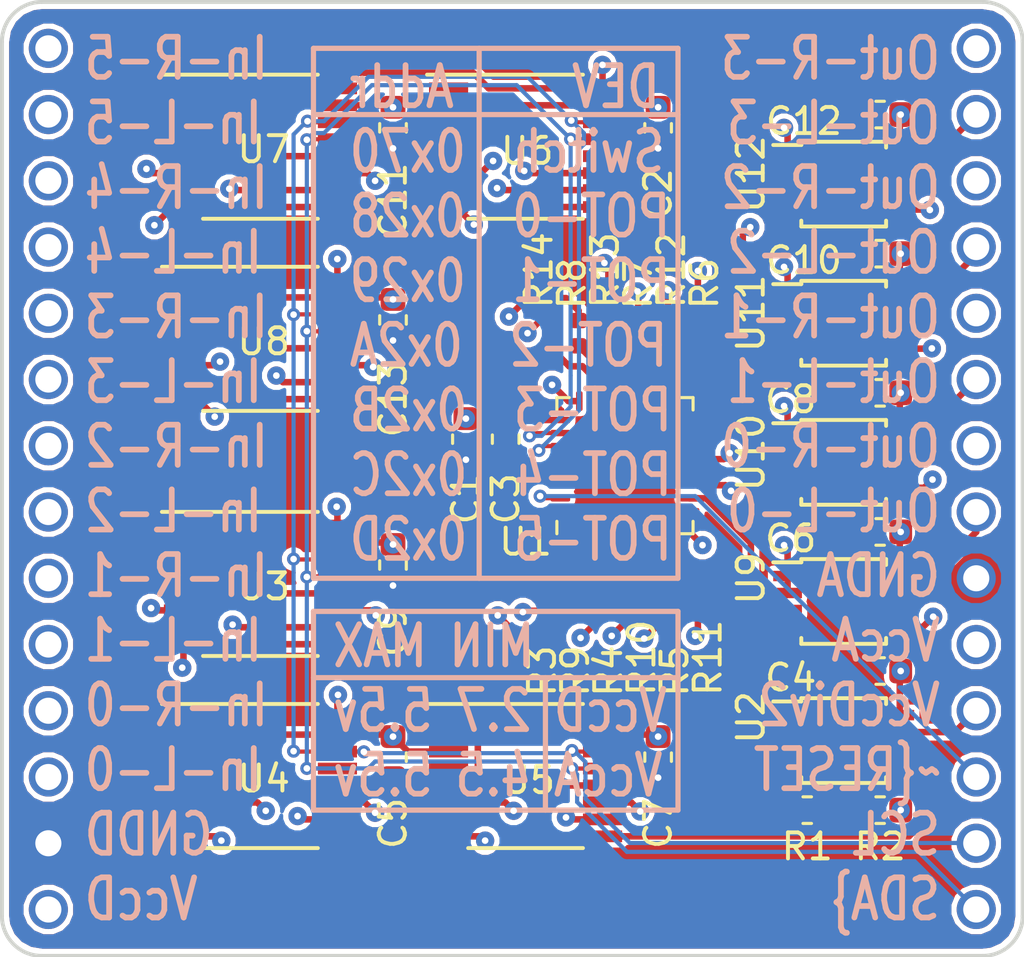
<source format=kicad_pcb>
(kicad_pcb (version 20171130) (host pcbnew 5.0.0)
  (title_block (title ViamSonus-2.0) (date 2019-11-20) (rev 2) (company Manuvr))
  (layers (0 F.Cu signal) (1 In1.Cu signal hide) (2 In2.Cu signal hide) (31 B.Cu signal hide) (34 B.Paste user) (35 F.Paste user) (36 B.SilkS user) (37 F.SilkS user) (38 B.Mask user) (39 F.Mask user) (44 Edge.Cuts user))
  (net 0 "")
  (net 1 /Vcc)
  (net 2 /GND)
  (net 3 /ANAGND)
  (net 4 /ANAVcc)
  (net 5 /Biased-In-L-0)
  (net 6 /Biased-In-L-1)
  (net 7 /Biased-In-L-2)
  (net 8 /Biased-In-L-3)
  (net 9 /Biased-In-L-4)
  (net 10 /Biased-In-L-5)
  (net 11 /Biased-In-R-0)
  (net 12 /Biased-In-R-1)
  (net 13 /Biased-In-R-2)
  (net 14 /Biased-In-R-3)
  (net 15 /Biased-In-R-4)
  (net 16 /Biased-In-R-5)
  (net 17 "Net-(R1-Pad2)")
  (net 18 "Net-(R3-Pad2)")
  (net 19 /Switch-In-L-0)
  (net 20 "Net-(R4-Pad2)")
  (net 21 /Switch-In-L-1)
  (net 22 /Switch-In-L-2)
  (net 23 "Net-(R5-Pad2)")
  (net 24 /Switch-In-L-3)
  (net 25 "Net-(R6-Pad2)")
  (net 26 /Switch-In-L-4)
  (net 27 "Net-(R7-Pad2)")
  (net 28 /Switch-In-L-5)
  (net 29 "Net-(R8-Pad2)")
  (net 30 /Switch-In-R-0)
  (net 31 "Net-(R9-Pad2)")
  (net 32 /Switch-In-R-1)
  (net 33 "Net-(R10-Pad2)")
  (net 34 "Net-(R11-Pad2)")
  (net 35 /Switch-In-R-2)
  (net 36 "Net-(R12-Pad2)")
  (net 37 /Switch-In-R-3)
  (net 38 "Net-(R13-Pad2)")
  (net 39 /Switch-In-R-4)
  (net 40 "Net-(R14-Pad2)")
  (net 41 /Switch-In-R-5)
  (net 42 /Switch-Out-L-0)
  (net 43 /Switch-Out-R-0)
  (net 44 /Switch-Out-L-1)
  (net 45 /Switch-Out-R-1)
  (net 46 /Switch-Out-L-2)
  (net 47 /Switch-Out-R-2)
  (net 48 /Switch-Out-L-3)
  (net 49 /Switch-Out-R-3)
  (net 50 /SDA)
  (net 51 /SCL)
  (net 52 /~RESET)
  (net 53 /VccDiv2)
  (net 54 /Out-R-0)
  (net 55 /Out-L-0)
  (net 56 /Out-L-1)
  (net 57 /Out-R-1)
  (net 58 /Out-R-2)
  (net 59 /Out-L-2)
  (net 60 /Out-R-3)
  (net 61 /Out-L-3)
  (module Connector_PinHeader_2.54mm:PinHeader_1x14_P2.54mm_Vertical (layer F.Cu) (at 69.596 66.6496 180)
    (fp_text reference J3 hide)
    (fp_text value Conn_01x14_Male hide)
    (pad 1 thru_hole circle (at 0 0 180) (size 1.5 1.5) (drill 1) (layers *.Cu *.Mask) (net 50 /SDA))
    (pad 2 thru_hole circle (at 0 2.54 180) (size 1.5 1.5) (drill 1) (layers *.Cu *.Mask) (net 51 /SCL))
    (pad 3 thru_hole circle (at 0 5.08 180) (size 1.5 1.5) (drill 1) (layers *.Cu *.Mask) (net 52 /~RESET))
    (pad 4 thru_hole circle (at 0 7.62 180) (size 1.5 1.5) (drill 1) (layers *.Cu *.Mask) (net 53 /VccDiv2))
    (pad 5 thru_hole circle (at 0 10.16 180) (size 1.5 1.5) (drill 1) (layers *.Cu *.Mask) (net 4 /ANAVcc))
    (pad 6 thru_hole circle (at 0 12.7 180) (size 1.5 1.5) (drill 1) (layers *.Cu *.Mask) (net 3 /ANAGND))
    (pad 7 thru_hole circle (at 0 15.24 180) (size 1.5 1.5) (drill 1) (layers *.Cu *.Mask) (net 55 /Out-L-0))
    (pad 8 thru_hole circle (at 0 17.78 180) (size 1.5 1.5) (drill 1) (layers *.Cu *.Mask) (net 54 /Out-R-0))
    (pad 9 thru_hole circle (at 0 20.32 180) (size 1.5 1.5) (drill 1) (layers *.Cu *.Mask) (net 56 /Out-L-1))
    (pad 10 thru_hole circle (at 0 22.86 180) (size 1.5 1.5) (drill 1) (layers *.Cu *.Mask) (net 57 /Out-R-1))
    (pad 11 thru_hole circle (at 0 25.4 180) (size 1.5 1.5) (drill 1) (layers *.Cu *.Mask) (net 59 /Out-L-2))
    (pad 12 thru_hole circle (at 0 27.94 180) (size 1.5 1.5) (drill 1) (layers *.Cu *.Mask) (net 58 /Out-R-2))
    (pad 13 thru_hole circle (at 0 30.48 180) (size 1.5 1.5) (drill 1) (layers *.Cu *.Mask) (net 61 /Out-L-3))
    (pad 14 thru_hole circle (at 0 33.02 180) (size 1.5 1.5) (drill 1) (layers *.Cu *.Mask) (net 60 /Out-R-3))
  )
  (module Connector_PinHeader_2.54mm:PinHeader_1x14_P2.54mm_Vertical (layer B.Cu) (at 34.036 66.6496)
    (fp_text reference J2 hide)
    (fp_text value Conn_01x14_Male hide)
    (pad 14 thru_hole circle (at 0 -33.02) (size 1.5 1.5) (drill 1) (layers *.Cu *.Mask) (net 16 /Biased-In-R-5))
    (pad 13 thru_hole circle (at 0 -30.48) (size 1.5 1.5) (drill 1) (layers *.Cu *.Mask) (net 10 /Biased-In-L-5))
    (pad 12 thru_hole circle (at 0 -27.94) (size 1.5 1.5) (drill 1) (layers *.Cu *.Mask) (net 15 /Biased-In-R-4))
    (pad 11 thru_hole circle (at 0 -25.4) (size 1.5 1.5) (drill 1) (layers *.Cu *.Mask) (net 9 /Biased-In-L-4))
    (pad 10 thru_hole circle (at 0 -22.86) (size 1.5 1.5) (drill 1) (layers *.Cu *.Mask) (net 14 /Biased-In-R-3))
    (pad 9 thru_hole circle (at 0 -20.32) (size 1.5 1.5) (drill 1) (layers *.Cu *.Mask) (net 8 /Biased-In-L-3))
    (pad 8 thru_hole circle (at 0 -17.78) (size 1.5 1.5) (drill 1) (layers *.Cu *.Mask) (net 13 /Biased-In-R-2))
    (pad 7 thru_hole circle (at 0 -15.24) (size 1.5 1.5) (drill 1) (layers *.Cu *.Mask) (net 7 /Biased-In-L-2))
    (pad 6 thru_hole circle (at 0 -12.7) (size 1.5 1.5) (drill 1) (layers *.Cu *.Mask) (net 12 /Biased-In-R-1))
    (pad 5 thru_hole circle (at 0 -10.16) (size 1.5 1.5) (drill 1) (layers *.Cu *.Mask) (net 6 /Biased-In-L-1))
    (pad 4 thru_hole circle (at 0 -7.62) (size 1.5 1.5) (drill 1) (layers *.Cu *.Mask) (net 11 /Biased-In-R-0))
    (pad 3 thru_hole circle (at 0 -5.08) (size 1.5 1.5) (drill 1) (layers *.Cu *.Mask) (net 5 /Biased-In-L-0))
    (pad 2 thru_hole circle (at 0 -2.54) (size 1.5 1.5) (drill 1) (layers *.Cu *.Mask) (net 2 /GND))
    (pad 1 thru_hole circle (at 0 0) (size 1.5 1.5) (drill 1) (layers *.Cu *.Mask) (net 1 /Vcc))
  )
  (module Capacitor_SMD:C_0603_1608Metric (layer F.Cu) (at 50.038 48.6156 270)
    (fp_text reference C1 (at 2.286 0 270) (layer F.SilkS))
    (fp_text value 1uF)
    (pad 1 smd roundrect (at -0.7875 0 270) (size 0.875 0.95) (layers F.Cu F.Paste F.Mask) (net 1 /Vcc))
    (pad 2 smd roundrect (at 0.7875 0 270) (size 0.875 0.95) (layers F.Cu F.Paste F.Mask) (net 2 /GND))
  )
  (module Capacitor_SMD:C_0603_1608Metric (layer F.Cu) (at 57.404 36.6776 270)
    (fp_text reference C2 (at 2.54 0 270) (layer F.SilkS))
    (fp_text value 1uF)
    (pad 1 smd roundrect (at -0.7875 0 270) (size 0.875 0.95) (layers F.Cu F.Paste F.Mask) (net 1 /Vcc))
    (pad 2 smd roundrect (at 0.7875 0 270) (size 0.875 0.95) (layers F.Cu F.Paste F.Mask) (net 2 /GND))
  )
  (module Capacitor_SMD:C_0603_1608Metric (layer F.Cu) (at 51.562 48.6156 270)
    (fp_text reference C3 (at 2.286 0 90) (layer F.SilkS))
    (fp_text value 1uF)
    (pad 2 smd roundrect (at 0.7875 0 270) (size 0.875 0.95) (layers F.Cu F.Paste F.Mask) (net 2 /GND))
    (pad 1 smd roundrect (at -0.7875 0 270) (size 0.875 0.95) (layers F.Cu F.Paste F.Mask) (net 1 /Vcc))
  )
  (module Capacitor_SMD:C_0603_1608Metric (layer F.Cu) (at 65.913 57.5056 180)
    (fp_text reference C4 (at 3.429 -0.254 180) (layer F.SilkS))
    (fp_text value 1uF)
    (pad 2 smd roundrect (at 0.7875 0 180) (size 0.875 0.95) (layers F.Cu F.Paste F.Mask) (net 3 /ANAGND))
    (pad 1 smd roundrect (at -0.7875 0 180) (size 0.875 0.95) (layers F.Cu F.Paste F.Mask) (net 4 /ANAVcc))
  )
  (module Capacitor_SMD:C_0603_1608Metric (layer F.Cu) (at 47.244 60.8076 270)
    (fp_text reference C5 (at 2.54 0 270) (layer F.SilkS))
    (fp_text value 1uF)
    (pad 1 smd roundrect (at -0.7875 0 270) (size 0.875 0.95) (layers F.Cu F.Paste F.Mask) (net 1 /Vcc))
    (pad 2 smd roundrect (at 0.7875 0 270) (size 0.875 0.95) (layers F.Cu F.Paste F.Mask) (net 2 /GND))
  )
  (module Capacitor_SMD:C_0603_1608Metric (layer F.Cu) (at 65.913 52.1716 180)
    (fp_text reference C6 (at 3.429 -0.254 180) (layer F.SilkS))
    (fp_text value 1uF)
    (pad 1 smd roundrect (at -0.7875 0 180) (size 0.875 0.95) (layers F.Cu F.Paste F.Mask) (net 4 /ANAVcc))
    (pad 2 smd roundrect (at 0.7875 0 180) (size 0.875 0.95) (layers F.Cu F.Paste F.Mask) (net 3 /ANAGND))
  )
  (module Capacitor_SMD:C_0603_1608Metric (layer F.Cu) (at 57.404 60.8076 270)
    (fp_text reference C7 (at 2.54 0 270) (layer F.SilkS))
    (fp_text value 1uF)
    (pad 2 smd roundrect (at 0.7875 0 270) (size 0.875 0.95) (layers F.Cu F.Paste F.Mask) (net 2 /GND))
    (pad 1 smd roundrect (at -0.7875 0 270) (size 0.875 0.95) (layers F.Cu F.Paste F.Mask) (net 1 /Vcc))
  )
  (module Capacitor_SMD:C_0603_1608Metric (layer F.Cu) (at 65.913 46.8376 180)
    (fp_text reference C8 (at 3.429 -0.254 180) (layer F.SilkS))
    (fp_text value 1uF)
    (pad 1 smd roundrect (at -0.7875 0 180) (size 0.875 0.95) (layers F.Cu F.Paste F.Mask) (net 4 /ANAVcc))
    (pad 2 smd roundrect (at 0.7875 0 180) (size 0.875 0.95) (layers F.Cu F.Paste F.Mask) (net 3 /ANAGND))
  )
  (module Capacitor_SMD:C_0603_1608Metric (layer F.Cu) (at 47.244 53.4416 270)
    (fp_text reference C9 (at 2.54 0 270) (layer F.SilkS))
    (fp_text value 1uF)
    (pad 1 smd roundrect (at -0.7875 0 270) (size 0.875 0.95) (layers F.Cu F.Paste F.Mask) (net 1 /Vcc))
    (pad 2 smd roundrect (at 0.7875 0 270) (size 0.875 0.95) (layers F.Cu F.Paste F.Mask) (net 2 /GND))
  )
  (module Capacitor_SMD:C_0603_1608Metric (layer F.Cu) (at 65.913 41.5036 180)
    (fp_text reference C10 (at 2.921 -0.254 180) (layer F.SilkS))
    (fp_text value 1uF)
    (pad 2 smd roundrect (at 0.7875 0 180) (size 0.875 0.95) (layers F.Cu F.Paste F.Mask) (net 3 /ANAGND))
    (pad 1 smd roundrect (at -0.7875 0 180) (size 0.875 0.95) (layers F.Cu F.Paste F.Mask) (net 4 /ANAVcc))
  )
  (module Capacitor_SMD:C_0603_1608Metric (layer F.Cu) (at 47.244 36.6776 270)
    (fp_text reference C11 (at 2.794 0 270) (layer F.SilkS))
    (fp_text value 1uF)
    (pad 2 smd roundrect (at 0.7875 0 270) (size 0.875 0.95) (layers F.Cu F.Paste F.Mask) (net 2 /GND))
    (pad 1 smd roundrect (at -0.7875 0 270) (size 0.875 0.95) (layers F.Cu F.Paste F.Mask) (net 1 /Vcc))
  )
  (module Capacitor_SMD:C_0603_1608Metric (layer F.Cu) (at 65.913 36.1696 180)
    (fp_text reference C12 (at 2.921 -0.254 180) (layer F.SilkS))
    (fp_text value 1uF)
    (pad 2 smd roundrect (at 0.7875 0 180) (size 0.875 0.95) (layers F.Cu F.Paste F.Mask) (net 3 /ANAGND))
    (pad 1 smd roundrect (at -0.7875 0 180) (size 0.875 0.95) (layers F.Cu F.Paste F.Mask) (net 4 /ANAVcc))
  )
  (module Capacitor_SMD:C_0603_1608Metric (layer F.Cu) (at 47.244 44.0436 270)
    (fp_text reference C13 (at 3.048 0 270) (layer F.SilkS))
    (fp_text value 1uF)
    (pad 1 smd roundrect (at -0.7875 0 270) (size 0.875 0.95) (layers F.Cu F.Paste F.Mask) (net 1 /Vcc))
    (pad 2 smd roundrect (at 0.7875 0 270) (size 0.875 0.95) (layers F.Cu F.Paste F.Mask) (net 2 /GND))
  )
  (module Resistor_SMD:R_0603_1608Metric (layer F.Cu) (at 63.119 62.8396)
    (fp_text reference R1 (at 0 1.397) (layer F.SilkS))
    (fp_text value 51k)
    (pad 2 smd roundrect (at 0.7875 0) (size 0.875 0.95) (layers F.Cu F.Paste F.Mask) (net 17 "Net-(R1-Pad2)"))
    (pad 1 smd roundrect (at -0.7875 0) (size 0.875 0.95) (layers F.Cu F.Paste F.Mask) (net 3 /ANAGND))
  )
  (module Resistor_SMD:R_0603_1608Metric (layer F.Cu) (at 65.913 62.8396)
    (fp_text reference R2 (at 0 1.397 180) (layer F.SilkS))
    (fp_text value 51k)
    (pad 1 smd roundrect (at -0.7875 0) (size 0.875 0.95) (layers F.Cu F.Paste F.Mask) (net 17 "Net-(R1-Pad2)"))
    (pad 2 smd roundrect (at 0.7875 0) (size 0.875 0.95) (layers F.Cu F.Paste F.Mask) (net 4 /ANAVcc))
  )
  (module Resistor_SMD:R_0402_1005Metric (layer F.Cu) (at 53.213 54.7116 90)
    (fp_text reference R3 (at -2.794 -0.254 270) (layer F.SilkS))
    (fp_text value 330)
    (pad 2 smd roundrect (at 0.485 0 90) (size 0.59 0.64) (layers F.Cu F.Paste F.Mask) (net 18 "Net-(R3-Pad2)"))
    (pad 1 smd roundrect (at -0.485 0 90) (size 0.59 0.64) (layers F.Cu F.Paste F.Mask) (net 19 /Switch-In-L-0))
  )
  (module Resistor_SMD:R_0402_1005Metric (layer F.Cu) (at 55.499 54.7116 90)
    (fp_text reference R4 (at -2.794 0 90) (layer F.SilkS))
    (fp_text value 330)
    (pad 2 smd roundrect (at 0.485 0 90) (size 0.59 0.64) (layers F.Cu F.Paste F.Mask) (net 20 "Net-(R4-Pad2)"))
    (pad 1 smd roundrect (at -0.485 0 90) (size 0.59 0.64) (layers F.Cu F.Paste F.Mask) (net 21 /Switch-In-L-1))
  )
  (module Resistor_SMD:R_0402_1005Metric (layer F.Cu) (at 57.785 54.7116 90)
    (fp_text reference R5 (at -2.794 0.254 90) (layer F.SilkS))
    (fp_text value 330)
    (pad 1 smd roundrect (at -0.485 0 90) (size 0.59 0.64) (layers F.Cu F.Paste F.Mask) (net 22 /Switch-In-L-2))
    (pad 2 smd roundrect (at 0.485 0 90) (size 0.59 0.64) (layers F.Cu F.Paste F.Mask) (net 23 "Net-(R5-Pad2)"))
  )
  (module Resistor_SMD:R_0402_1005Metric (layer F.Cu) (at 58.928 44.5516 270)
    (fp_text reference R6 (at -1.905 -0.254 270) (layer F.SilkS))
    (fp_text value 330)
    (pad 1 smd roundrect (at -0.485 0 270) (size 0.59 0.64) (layers F.Cu F.Paste F.Mask) (net 24 /Switch-In-L-3))
    (pad 2 smd roundrect (at 0.485 0 270) (size 0.59 0.64) (layers F.Cu F.Paste F.Mask) (net 25 "Net-(R6-Pad2)"))
  )
  (module Resistor_SMD:R_0402_1005Metric (layer F.Cu) (at 56.642 44.5516 270)
    (fp_text reference R7 (at -1.905 0 270) (layer F.SilkS))
    (fp_text value 330)
    (pad 1 smd roundrect (at -0.485 0 270) (size 0.59 0.64) (layers F.Cu F.Paste F.Mask) (net 26 /Switch-In-L-4))
    (pad 2 smd roundrect (at 0.485 0 270) (size 0.59 0.64) (layers F.Cu F.Paste F.Mask) (net 27 "Net-(R7-Pad2)"))
  )
  (module Resistor_SMD:R_0402_1005Metric (layer F.Cu) (at 54.356 44.5516 270)
    (fp_text reference R8 (at -1.905 0.254 270) (layer F.SilkS))
    (fp_text value 330)
    (pad 1 smd roundrect (at -0.485 0 270) (size 0.59 0.64) (layers F.Cu F.Paste F.Mask) (net 28 /Switch-In-L-5))
    (pad 2 smd roundrect (at 0.485 0 270) (size 0.59 0.64) (layers F.Cu F.Paste F.Mask) (net 29 "Net-(R8-Pad2)"))
  )
  (module Resistor_SMD:R_0402_1005Metric (layer F.Cu) (at 54.356 54.7116 90)
    (fp_text reference R9 (at -2.794 -0.127 90) (layer F.SilkS))
    (fp_text value 330)
    (pad 1 smd roundrect (at -0.485 0 90) (size 0.59 0.64) (layers F.Cu F.Paste F.Mask) (net 30 /Switch-In-R-0))
    (pad 2 smd roundrect (at 0.485 0 90) (size 0.59 0.64) (layers F.Cu F.Paste F.Mask) (net 31 "Net-(R9-Pad2)"))
  )
  (module Resistor_SMD:R_0402_1005Metric (layer F.Cu) (at 56.642 54.7116 90)
    (fp_text reference R10 (at -2.286 0.127 90) (layer F.SilkS))
    (fp_text value 330)
    (pad 1 smd roundrect (at -0.485 0 90) (size 0.59 0.64) (layers F.Cu F.Paste F.Mask) (net 32 /Switch-In-R-1))
    (pad 2 smd roundrect (at 0.485 0 90) (size 0.59 0.64) (layers F.Cu F.Paste F.Mask) (net 33 "Net-(R10-Pad2)"))
  )
  (module Resistor_SMD:R_0402_1005Metric (layer F.Cu) (at 58.928 54.7116 90)
    (fp_text reference R11 (at -2.286 0.381 90) (layer F.SilkS))
    (fp_text value 330)
    (pad 2 smd roundrect (at 0.485 0 90) (size 0.59 0.64) (layers F.Cu F.Paste F.Mask) (net 34 "Net-(R11-Pad2)"))
    (pad 1 smd roundrect (at -0.485 0 90) (size 0.59 0.64) (layers F.Cu F.Paste F.Mask) (net 35 /Switch-In-R-2))
  )
  (module Resistor_SMD:R_0402_1005Metric (layer F.Cu) (at 57.785 44.5516 270)
    (fp_text reference R12 (at -2.413 -0.127 270) (layer F.SilkS))
    (fp_text value 330)
    (pad 2 smd roundrect (at 0.485 0 270) (size 0.59 0.64) (layers F.Cu F.Paste F.Mask) (net 36 "Net-(R12-Pad2)"))
    (pad 1 smd roundrect (at -0.485 0 270) (size 0.59 0.64) (layers F.Cu F.Paste F.Mask) (net 37 /Switch-In-R-3))
  )
  (module Resistor_SMD:R_0402_1005Metric (layer F.Cu) (at 55.499 44.5516 270)
    (fp_text reference R13 (at -2.413 0.127 270) (layer F.SilkS))
    (fp_text value 330)
    (pad 2 smd roundrect (at 0.485 0 270) (size 0.59 0.64) (layers F.Cu F.Paste F.Mask) (net 38 "Net-(R13-Pad2)"))
    (pad 1 smd roundrect (at -0.485 0 270) (size 0.59 0.64) (layers F.Cu F.Paste F.Mask) (net 39 /Switch-In-R-4))
  )
  (module Resistor_SMD:R_0402_1005Metric (layer F.Cu) (at 53.213 44.5516 270)
    (fp_text reference R14 (at -2.413 0.381 270) (layer F.SilkS))
    (fp_text value 330)
    (pad 2 smd roundrect (at 0.485 0 270) (size 0.59 0.64) (layers F.Cu F.Paste F.Mask) (net 40 "Net-(R14-Pad2)"))
    (pad 1 smd roundrect (at -0.485 0 270) (size 0.59 0.64) (layers F.Cu F.Paste F.Mask) (net 41 /Switch-In-R-5))
  )
  (module Package_DFN_QFN:QFN-32-1EP_5x5mm_P0.5mm_EP3.65x3.65mm (layer F.Cu) (at 56.134 49.6316 90)
    (fp_text reference U1 (at -2.921 -3.81 180) (layer F.SilkS))
    (fp_text value ADG2128)
    (pad 33 smd roundrect (at 0 0 90) (size 3.65 3.65) (layers F.Cu F.Mask) (roundrect_rratio 0.068493) (net 3 /ANAGND))
    (pad 1 smd roundrect (at -2.475 -1.75 90) (size 0.75 0.25) (layers F.Cu F.Paste F.Mask) (net 3 /ANAGND))
    (pad 2 smd roundrect (at -2.475 -1.25 90) (size 0.75 0.25) (layers F.Cu F.Paste F.Mask))
    (pad 3 smd roundrect (at -2.475 -0.75 90) (size 0.75 0.25) (layers F.Cu F.Paste F.Mask) (net 18 "Net-(R3-Pad2)"))
    (pad 4 smd roundrect (at -2.475 -0.25 90) (size 0.75 0.25) (layers F.Cu F.Paste F.Mask) (net 31 "Net-(R9-Pad2)"))
    (pad 5 smd roundrect (at -2.475 0.25 90) (size 0.75 0.25) (layers F.Cu F.Paste F.Mask) (net 20 "Net-(R4-Pad2)"))
    (pad 6 smd roundrect (at -2.475 0.75 90) (size 0.75 0.25) (layers F.Cu F.Paste F.Mask) (net 33 "Net-(R10-Pad2)"))
    (pad 7 smd roundrect (at -2.475 1.25 90) (size 0.75 0.25) (layers F.Cu F.Paste F.Mask) (net 23 "Net-(R5-Pad2)"))
    (pad 8 smd roundrect (at -2.475 1.75 90) (size 0.75 0.25) (layers F.Cu F.Paste F.Mask) (net 34 "Net-(R11-Pad2)"))
    (pad 9 smd roundrect (at -1.75 2.475 90) (size 0.25 0.75) (layers F.Cu F.Paste F.Mask) (net 42 /Switch-Out-L-0))
    (pad 10 smd roundrect (at -1.25 2.475 90) (size 0.25 0.75) (layers F.Cu F.Paste F.Mask) (net 43 /Switch-Out-R-0))
    (pad 11 smd roundrect (at -0.75 2.475 90) (size 0.25 0.75) (layers F.Cu F.Paste F.Mask) (net 44 /Switch-Out-L-1))
    (pad 12 smd roundrect (at -0.25 2.475 90) (size 0.25 0.75) (layers F.Cu F.Paste F.Mask) (net 45 /Switch-Out-R-1))
    (pad 13 smd roundrect (at 0.25 2.475 90) (size 0.25 0.75) (layers F.Cu F.Paste F.Mask) (net 46 /Switch-Out-L-2))
    (pad 14 smd roundrect (at 0.75 2.475 90) (size 0.25 0.75) (layers F.Cu F.Paste F.Mask) (net 47 /Switch-Out-R-2))
    (pad 15 smd roundrect (at 1.25 2.475 90) (size 0.25 0.75) (layers F.Cu F.Paste F.Mask) (net 48 /Switch-Out-L-3))
    (pad 16 smd roundrect (at 1.75 2.475 90) (size 0.25 0.75) (layers F.Cu F.Paste F.Mask) (net 49 /Switch-Out-R-3))
    (pad 17 smd roundrect (at 2.475 1.75 90) (size 0.75 0.25) (layers F.Cu F.Paste F.Mask) (net 25 "Net-(R6-Pad2)"))
    (pad 18 smd roundrect (at 2.475 1.25 90) (size 0.75 0.25) (layers F.Cu F.Paste F.Mask) (net 36 "Net-(R12-Pad2)"))
    (pad 19 smd roundrect (at 2.475 0.75 90) (size 0.75 0.25) (layers F.Cu F.Paste F.Mask) (net 27 "Net-(R7-Pad2)"))
    (pad 20 smd roundrect (at 2.475 0.25 90) (size 0.75 0.25) (layers F.Cu F.Paste F.Mask) (net 38 "Net-(R13-Pad2)"))
    (pad 21 smd roundrect (at 2.475 -0.25 90) (size 0.75 0.25) (layers F.Cu F.Paste F.Mask) (net 29 "Net-(R8-Pad2)"))
    (pad 22 smd roundrect (at 2.475 -0.75 90) (size 0.75 0.25) (layers F.Cu F.Paste F.Mask) (net 40 "Net-(R14-Pad2)"))
    (pad 23 smd roundrect (at 2.475 -1.25 90) (size 0.75 0.25) (layers F.Cu F.Paste F.Mask))
    (pad 24 smd roundrect (at 2.475 -1.75 90) (size 0.75 0.25) (layers F.Cu F.Paste F.Mask) (net 4 /ANAVcc))
    (pad 25 smd roundrect (at 1.75 -2.475 90) (size 0.25 0.75) (layers F.Cu F.Paste F.Mask) (net 1 /Vcc))
    (pad 26 smd roundrect (at 1.25 -2.475 90) (size 0.25 0.75) (layers F.Cu F.Paste F.Mask) (net 50 /SDA))
    (pad 27 smd roundrect (at 0.75 -2.475 90) (size 0.25 0.75) (layers F.Cu F.Paste F.Mask) (net 51 /SCL))
    (pad 28 smd roundrect (at 0.25 -2.475 90) (size 0.25 0.75) (layers F.Cu F.Paste F.Mask) (net 2 /GND))
    (pad 29 smd roundrect (at -0.25 -2.475 90) (size 0.25 0.75) (layers F.Cu F.Paste F.Mask) (net 2 /GND))
    (pad 30 smd roundrect (at -0.75 -2.475 90) (size 0.25 0.75) (layers F.Cu F.Paste F.Mask) (net 2 /GND))
    (pad 31 smd roundrect (at -1.25 -2.475 90) (size 0.25 0.75) (layers F.Cu F.Paste F.Mask) (net 52 /~RESET))
    (pad 32 smd roundrect (at -1.75 -2.475 90) (size 0.25 0.75) (layers F.Cu F.Paste F.Mask) (net 2 /GND))
  )
  (module Footprints:TSSOP-8_3x3mm_P0.65mm-EP (layer F.Cu) (at 64.516 60.1726)
    (fp_text reference U2 (at -3.556 -0.889 90) (layer F.SilkS))
    (fp_text value LME49726MY/NOPB hide)
    (pad 0 smd rect (at 0 0) (size 1.73 1.85) (layers F.Cu F.Paste F.Mask) (net 3 /ANAGND))
    (pad 1 smd rect (at -2.15 -0.975) (size 1.1 0.4) (layers F.Cu F.Paste F.Mask))
    (pad 2 smd rect (at -2.15 -0.325) (size 1.1 0.4) (layers F.Cu F.Paste F.Mask) (net 3 /ANAGND))
    (pad 3 smd rect (at -2.15 0.325) (size 1.1 0.4) (layers F.Cu F.Paste F.Mask) (net 3 /ANAGND))
    (pad 4 smd rect (at -2.15 0.975) (size 1.1 0.4) (layers F.Cu F.Paste F.Mask) (net 3 /ANAGND))
    (pad 5 smd rect (at 2.15 0.975) (size 1.1 0.4) (layers F.Cu F.Paste F.Mask) (net 17 "Net-(R1-Pad2)"))
    (pad 6 smd rect (at 2.15 0.325) (size 1.1 0.4) (layers F.Cu F.Paste F.Mask) (net 53 /VccDiv2))
    (pad 7 smd rect (at 2.15 -0.325) (size 1.1 0.4) (layers F.Cu F.Paste F.Mask) (net 53 /VccDiv2))
    (pad 8 smd rect (at 2.15 -0.975) (size 1.1 0.4) (layers F.Cu F.Paste F.Mask) (net 4 /ANAVcc))
  )
  (module Package_SO:TSSOP-16_4.4x5mm_P0.65mm (layer F.Cu) (at 42.164 54.2036)
    (fp_text reference U3 (at 0.127 0.0635) (layer F.SilkS))
    (fp_text value DS1881E-050+)
    (pad 1 smd rect (at -2.95 -2.275) (size 1.5 0.45) (layers F.Cu F.Paste F.Mask) (net 2 /GND))
    (pad 2 smd rect (at -2.95 -1.625) (size 1.5 0.45) (layers F.Cu F.Paste F.Mask) (net 2 /GND))
    (pad 3 smd rect (at -2.95 -0.975) (size 1.5 0.45) (layers F.Cu F.Paste F.Mask) (net 2 /GND))
    (pad 4 smd rect (at -2.95 -0.325) (size 1.5 0.45) (layers F.Cu F.Paste F.Mask))
    (pad 5 smd rect (at -2.95 0.325) (size 1.5 0.45) (layers F.Cu F.Paste F.Mask) (net 2 /GND))
    (pad 6 smd rect (at -2.95 0.975) (size 1.5 0.45) (layers F.Cu F.Paste F.Mask) (net 19 /Switch-In-L-0))
    (pad 7 smd rect (at -2.95 1.625) (size 1.5 0.45) (layers F.Cu F.Paste F.Mask) (net 53 /VccDiv2))
    (pad 8 smd rect (at -2.95 2.275) (size 1.5 0.45) (layers F.Cu F.Paste F.Mask) (net 5 /Biased-In-L-0))
    (pad 9 smd rect (at 2.95 2.275) (size 1.5 0.45) (layers F.Cu F.Paste F.Mask) (net 53 /VccDiv2))
    (pad 10 smd rect (at 2.95 1.625) (size 1.5 0.45) (layers F.Cu F.Paste F.Mask) (net 11 /Biased-In-R-0))
    (pad 11 smd rect (at 2.95 0.975) (size 1.5 0.45) (layers F.Cu F.Paste F.Mask) (net 30 /Switch-In-R-0))
    (pad 12 smd rect (at 2.95 0.325) (size 1.5 0.45) (layers F.Cu F.Paste F.Mask) (net 2 /GND))
    (pad 13 smd rect (at 2.95 -0.325) (size 1.5 0.45) (layers F.Cu F.Paste F.Mask) (net 50 /SDA))
    (pad 14 smd rect (at 2.95 -0.975) (size 1.5 0.45) (layers F.Cu F.Paste F.Mask) (net 51 /SCL))
    (pad 15 smd rect (at 2.95 -1.625) (size 1.5 0.45) (layers F.Cu F.Paste F.Mask) (net 1 /Vcc))
    (pad 16 smd rect (at 2.95 -2.275) (size 1.5 0.45) (layers F.Cu F.Paste F.Mask) (net 4 /ANAVcc))
  )
  (module Package_SO:TSSOP-16_4.4x5mm_P0.65mm (layer F.Cu) (at 42.164 61.5696)
    (fp_text reference U4 (at 0.127 0.0635) (layer F.SilkS))
    (fp_text value DS1881E-050+)
    (pad 16 smd rect (at 2.95 -2.275) (size 1.5 0.45) (layers F.Cu F.Paste F.Mask) (net 4 /ANAVcc))
    (pad 15 smd rect (at 2.95 -1.625) (size 1.5 0.45) (layers F.Cu F.Paste F.Mask) (net 1 /Vcc))
    (pad 14 smd rect (at 2.95 -0.975) (size 1.5 0.45) (layers F.Cu F.Paste F.Mask) (net 51 /SCL))
    (pad 13 smd rect (at 2.95 -0.325) (size 1.5 0.45) (layers F.Cu F.Paste F.Mask) (net 50 /SDA))
    (pad 12 smd rect (at 2.95 0.325) (size 1.5 0.45) (layers F.Cu F.Paste F.Mask) (net 2 /GND))
    (pad 11 smd rect (at 2.95 0.975) (size 1.5 0.45) (layers F.Cu F.Paste F.Mask) (net 32 /Switch-In-R-1))
    (pad 10 smd rect (at 2.95 1.625) (size 1.5 0.45) (layers F.Cu F.Paste F.Mask) (net 12 /Biased-In-R-1))
    (pad 9 smd rect (at 2.95 2.275) (size 1.5 0.45) (layers F.Cu F.Paste F.Mask) (net 53 /VccDiv2))
    (pad 8 smd rect (at -2.95 2.275) (size 1.5 0.45) (layers F.Cu F.Paste F.Mask) (net 6 /Biased-In-L-1))
    (pad 7 smd rect (at -2.95 1.625) (size 1.5 0.45) (layers F.Cu F.Paste F.Mask) (net 53 /VccDiv2))
    (pad 6 smd rect (at -2.95 0.975) (size 1.5 0.45) (layers F.Cu F.Paste F.Mask) (net 21 /Switch-In-L-1))
    (pad 5 smd rect (at -2.95 0.325) (size 1.5 0.45) (layers F.Cu F.Paste F.Mask) (net 1 /Vcc))
    (pad 4 smd rect (at -2.95 -0.325) (size 1.5 0.45) (layers F.Cu F.Paste F.Mask))
    (pad 3 smd rect (at -2.95 -0.975) (size 1.5 0.45) (layers F.Cu F.Paste F.Mask) (net 2 /GND))
    (pad 2 smd rect (at -2.95 -1.625) (size 1.5 0.45) (layers F.Cu F.Paste F.Mask) (net 2 /GND))
    (pad 1 smd rect (at -2.95 -2.275) (size 1.5 0.45) (layers F.Cu F.Paste F.Mask) (net 2 /GND))
  )
  (module Package_SO:TSSOP-16_4.4x5mm_P0.65mm (layer F.Cu) (at 52.324 61.5696)
    (fp_text reference U5 (at 0.127 0.127) (layer F.SilkS))
    (fp_text value DS1881E-050+)
    (pad 1 smd rect (at -2.95 -2.275) (size 1.5 0.45) (layers F.Cu F.Paste F.Mask) (net 2 /GND))
    (pad 2 smd rect (at -2.95 -1.625) (size 1.5 0.45) (layers F.Cu F.Paste F.Mask) (net 2 /GND))
    (pad 3 smd rect (at -2.95 -0.975) (size 1.5 0.45) (layers F.Cu F.Paste F.Mask) (net 1 /Vcc))
    (pad 4 smd rect (at -2.95 -0.325) (size 1.5 0.45) (layers F.Cu F.Paste F.Mask))
    (pad 5 smd rect (at -2.95 0.325) (size 1.5 0.45) (layers F.Cu F.Paste F.Mask) (net 2 /GND))
    (pad 6 smd rect (at -2.95 0.975) (size 1.5 0.45) (layers F.Cu F.Paste F.Mask) (net 22 /Switch-In-L-2))
    (pad 7 smd rect (at -2.95 1.625) (size 1.5 0.45) (layers F.Cu F.Paste F.Mask) (net 53 /VccDiv2))
    (pad 8 smd rect (at -2.95 2.275) (size 1.5 0.45) (layers F.Cu F.Paste F.Mask) (net 7 /Biased-In-L-2))
    (pad 9 smd rect (at 2.95 2.275) (size 1.5 0.45) (layers F.Cu F.Paste F.Mask) (net 53 /VccDiv2))
    (pad 10 smd rect (at 2.95 1.625) (size 1.5 0.45) (layers F.Cu F.Paste F.Mask) (net 13 /Biased-In-R-2))
    (pad 11 smd rect (at 2.95 0.975) (size 1.5 0.45) (layers F.Cu F.Paste F.Mask) (net 35 /Switch-In-R-2))
    (pad 12 smd rect (at 2.95 0.325) (size 1.5 0.45) (layers F.Cu F.Paste F.Mask) (net 2 /GND))
    (pad 13 smd rect (at 2.95 -0.325) (size 1.5 0.45) (layers F.Cu F.Paste F.Mask) (net 50 /SDA))
    (pad 14 smd rect (at 2.95 -0.975) (size 1.5 0.45) (layers F.Cu F.Paste F.Mask) (net 51 /SCL))
    (pad 15 smd rect (at 2.95 -1.625) (size 1.5 0.45) (layers F.Cu F.Paste F.Mask) (net 1 /Vcc))
    (pad 16 smd rect (at 2.95 -2.275) (size 1.5 0.45) (layers F.Cu F.Paste F.Mask) (net 4 /ANAVcc))
  )
  (module Package_SO:TSSOP-16_4.4x5mm_P0.65mm (layer F.Cu) (at 52.324 37.4396)
    (fp_text reference U6 (at 0.0635 0.127) (layer F.SilkS))
    (fp_text value DS1881E-050+)
    (pad 16 smd rect (at 2.95 -2.275) (size 1.5 0.45) (layers F.Cu F.Paste F.Mask) (net 4 /ANAVcc))
    (pad 15 smd rect (at 2.95 -1.625) (size 1.5 0.45) (layers F.Cu F.Paste F.Mask) (net 1 /Vcc))
    (pad 14 smd rect (at 2.95 -0.975) (size 1.5 0.45) (layers F.Cu F.Paste F.Mask) (net 51 /SCL))
    (pad 13 smd rect (at 2.95 -0.325) (size 1.5 0.45) (layers F.Cu F.Paste F.Mask) (net 50 /SDA))
    (pad 12 smd rect (at 2.95 0.325) (size 1.5 0.45) (layers F.Cu F.Paste F.Mask) (net 2 /GND))
    (pad 11 smd rect (at 2.95 0.975) (size 1.5 0.45) (layers F.Cu F.Paste F.Mask) (net 37 /Switch-In-R-3))
    (pad 10 smd rect (at 2.95 1.625) (size 1.5 0.45) (layers F.Cu F.Paste F.Mask) (net 14 /Biased-In-R-3))
    (pad 9 smd rect (at 2.95 2.275) (size 1.5 0.45) (layers F.Cu F.Paste F.Mask) (net 53 /VccDiv2))
    (pad 8 smd rect (at -2.95 2.275) (size 1.5 0.45) (layers F.Cu F.Paste F.Mask) (net 8 /Biased-In-L-3))
    (pad 7 smd rect (at -2.95 1.625) (size 1.5 0.45) (layers F.Cu F.Paste F.Mask) (net 53 /VccDiv2))
    (pad 6 smd rect (at -2.95 0.975) (size 1.5 0.45) (layers F.Cu F.Paste F.Mask) (net 24 /Switch-In-L-3))
    (pad 5 smd rect (at -2.95 0.325) (size 1.5 0.45) (layers F.Cu F.Paste F.Mask) (net 1 /Vcc))
    (pad 4 smd rect (at -2.95 -0.325) (size 1.5 0.45) (layers F.Cu F.Paste F.Mask))
    (pad 3 smd rect (at -2.95 -0.975) (size 1.5 0.45) (layers F.Cu F.Paste F.Mask) (net 1 /Vcc))
    (pad 2 smd rect (at -2.95 -1.625) (size 1.5 0.45) (layers F.Cu F.Paste F.Mask) (net 2 /GND))
    (pad 1 smd rect (at -2.95 -2.275) (size 1.5 0.45) (layers F.Cu F.Paste F.Mask) (net 2 /GND))
  )
  (module Package_SO:TSSOP-16_4.4x5mm_P0.65mm (layer F.Cu) (at 42.164 37.4396)
    (fp_text reference U7 (at 0.127 0.0635) (layer F.SilkS))
    (fp_text value DS1881E-050+)
    (pad 1 smd rect (at -2.95 -2.275) (size 1.5 0.45) (layers F.Cu F.Paste F.Mask) (net 2 /GND))
    (pad 2 smd rect (at -2.95 -1.625) (size 1.5 0.45) (layers F.Cu F.Paste F.Mask) (net 1 /Vcc))
    (pad 3 smd rect (at -2.95 -0.975) (size 1.5 0.45) (layers F.Cu F.Paste F.Mask) (net 2 /GND))
    (pad 4 smd rect (at -2.95 -0.325) (size 1.5 0.45) (layers F.Cu F.Paste F.Mask))
    (pad 5 smd rect (at -2.95 0.325) (size 1.5 0.45) (layers F.Cu F.Paste F.Mask) (net 2 /GND))
    (pad 6 smd rect (at -2.95 0.975) (size 1.5 0.45) (layers F.Cu F.Paste F.Mask) (net 26 /Switch-In-L-4))
    (pad 7 smd rect (at -2.95 1.625) (size 1.5 0.45) (layers F.Cu F.Paste F.Mask) (net 53 /VccDiv2))
    (pad 8 smd rect (at -2.95 2.275) (size 1.5 0.45) (layers F.Cu F.Paste F.Mask) (net 9 /Biased-In-L-4))
    (pad 9 smd rect (at 2.95 2.275) (size 1.5 0.45) (layers F.Cu F.Paste F.Mask) (net 53 /VccDiv2))
    (pad 10 smd rect (at 2.95 1.625) (size 1.5 0.45) (layers F.Cu F.Paste F.Mask) (net 15 /Biased-In-R-4))
    (pad 11 smd rect (at 2.95 0.975) (size 1.5 0.45) (layers F.Cu F.Paste F.Mask) (net 39 /Switch-In-R-4))
    (pad 12 smd rect (at 2.95 0.325) (size 1.5 0.45) (layers F.Cu F.Paste F.Mask) (net 2 /GND))
    (pad 13 smd rect (at 2.95 -0.325) (size 1.5 0.45) (layers F.Cu F.Paste F.Mask) (net 50 /SDA))
    (pad 14 smd rect (at 2.95 -0.975) (size 1.5 0.45) (layers F.Cu F.Paste F.Mask) (net 51 /SCL))
    (pad 15 smd rect (at 2.95 -1.625) (size 1.5 0.45) (layers F.Cu F.Paste F.Mask) (net 1 /Vcc))
    (pad 16 smd rect (at 2.95 -2.275) (size 1.5 0.45) (layers F.Cu F.Paste F.Mask) (net 4 /ANAVcc))
  )
  (module Package_SO:TSSOP-16_4.4x5mm_P0.65mm (layer F.Cu) (at 42.164 44.8056)
    (fp_text reference U8 (at 0.127 0.0635) (layer F.SilkS))
    (fp_text value DS1881E-050+)
    (pad 16 smd rect (at 2.95 -2.275) (size 1.5 0.45) (layers F.Cu F.Paste F.Mask) (net 4 /ANAVcc))
    (pad 15 smd rect (at 2.95 -1.625) (size 1.5 0.45) (layers F.Cu F.Paste F.Mask) (net 1 /Vcc))
    (pad 14 smd rect (at 2.95 -0.975) (size 1.5 0.45) (layers F.Cu F.Paste F.Mask) (net 51 /SCL))
    (pad 13 smd rect (at 2.95 -0.325) (size 1.5 0.45) (layers F.Cu F.Paste F.Mask) (net 50 /SDA))
    (pad 12 smd rect (at 2.95 0.325) (size 1.5 0.45) (layers F.Cu F.Paste F.Mask) (net 2 /GND))
    (pad 11 smd rect (at 2.95 0.975) (size 1.5 0.45) (layers F.Cu F.Paste F.Mask) (net 41 /Switch-In-R-5))
    (pad 10 smd rect (at 2.95 1.625) (size 1.5 0.45) (layers F.Cu F.Paste F.Mask) (net 16 /Biased-In-R-5))
    (pad 9 smd rect (at 2.95 2.275) (size 1.5 0.45) (layers F.Cu F.Paste F.Mask) (net 53 /VccDiv2))
    (pad 8 smd rect (at -2.95 2.275) (size 1.5 0.45) (layers F.Cu F.Paste F.Mask) (net 10 /Biased-In-L-5))
    (pad 7 smd rect (at -2.95 1.625) (size 1.5 0.45) (layers F.Cu F.Paste F.Mask) (net 53 /VccDiv2))
    (pad 6 smd rect (at -2.95 0.975) (size 1.5 0.45) (layers F.Cu F.Paste F.Mask) (net 28 /Switch-In-L-5))
    (pad 5 smd rect (at -2.95 0.325) (size 1.5 0.45) (layers F.Cu F.Paste F.Mask) (net 1 /Vcc))
    (pad 4 smd rect (at -2.95 -0.325) (size 1.5 0.45) (layers F.Cu F.Paste F.Mask))
    (pad 3 smd rect (at -2.95 -0.975) (size 1.5 0.45) (layers F.Cu F.Paste F.Mask) (net 2 /GND))
    (pad 2 smd rect (at -2.95 -1.625) (size 1.5 0.45) (layers F.Cu F.Paste F.Mask) (net 1 /Vcc))
    (pad 1 smd rect (at -2.95 -2.275) (size 1.5 0.45) (layers F.Cu F.Paste F.Mask) (net 2 /GND))
  )
  (module Footprints:TSSOP-8_3x3mm_P0.65mm-EP (layer F.Cu) (at 64.516 54.8386)
    (fp_text reference U9 (at -3.556 -0.889 90) (layer F.SilkS))
    (fp_text value LME49726MY/NOPB hide)
    (pad 8 smd rect (at 2.15 -0.975) (size 1.1 0.4) (layers F.Cu F.Paste F.Mask) (net 4 /ANAVcc))
    (pad 7 smd rect (at 2.15 -0.325) (size 1.1 0.4) (layers F.Cu F.Paste F.Mask) (net 55 /Out-L-0))
    (pad 6 smd rect (at 2.15 0.325) (size 1.1 0.4) (layers F.Cu F.Paste F.Mask) (net 55 /Out-L-0))
    (pad 5 smd rect (at 2.15 0.975) (size 1.1 0.4) (layers F.Cu F.Paste F.Mask) (net 42 /Switch-Out-L-0))
    (pad 4 smd rect (at -2.15 0.975) (size 1.1 0.4) (layers F.Cu F.Paste F.Mask) (net 3 /ANAGND))
    (pad 3 smd rect (at -2.15 0.325) (size 1.1 0.4) (layers F.Cu F.Paste F.Mask) (net 43 /Switch-Out-R-0))
    (pad 2 smd rect (at -2.15 -0.325) (size 1.1 0.4) (layers F.Cu F.Paste F.Mask) (net 54 /Out-R-0))
    (pad 1 smd rect (at -2.15 -0.975) (size 1.1 0.4) (layers F.Cu F.Paste F.Mask) (net 54 /Out-R-0))
    (pad 0 smd rect (at 0 0) (size 1.73 1.85) (layers F.Cu F.Paste F.Mask) (net 3 /ANAGND))
  )
  (module Footprints:TSSOP-8_3x3mm_P0.65mm-EP (layer F.Cu) (at 64.516 49.5046)
    (fp_text reference U10 (at -3.556 -0.381 90) (layer F.SilkS))
    (fp_text value LME49726MY/NOPB hide)
    (pad 0 smd rect (at 0 0) (size 1.73 1.85) (layers F.Cu F.Paste F.Mask) (net 3 /ANAGND))
    (pad 1 smd rect (at -2.15 -0.975) (size 1.1 0.4) (layers F.Cu F.Paste F.Mask) (net 57 /Out-R-1))
    (pad 2 smd rect (at -2.15 -0.325) (size 1.1 0.4) (layers F.Cu F.Paste F.Mask) (net 57 /Out-R-1))
    (pad 3 smd rect (at -2.15 0.325) (size 1.1 0.4) (layers F.Cu F.Paste F.Mask) (net 45 /Switch-Out-R-1))
    (pad 4 smd rect (at -2.15 0.975) (size 1.1 0.4) (layers F.Cu F.Paste F.Mask) (net 3 /ANAGND))
    (pad 5 smd rect (at 2.15 0.975) (size 1.1 0.4) (layers F.Cu F.Paste F.Mask) (net 44 /Switch-Out-L-1))
    (pad 6 smd rect (at 2.15 0.325) (size 1.1 0.4) (layers F.Cu F.Paste F.Mask) (net 56 /Out-L-1))
    (pad 7 smd rect (at 2.15 -0.325) (size 1.1 0.4) (layers F.Cu F.Paste F.Mask) (net 56 /Out-L-1))
    (pad 8 smd rect (at 2.15 -0.975) (size 1.1 0.4) (layers F.Cu F.Paste F.Mask) (net 4 /ANAVcc))
  )
  (module Footprints:TSSOP-8_3x3mm_P0.65mm-EP (layer F.Cu) (at 64.516 44.1706)
    (fp_text reference U11 (at -3.556 -0.381 90) (layer F.SilkS))
    (fp_text value LME49726MY/NOPB hide)
    (pad 8 smd rect (at 2.15 -0.975) (size 1.1 0.4) (layers F.Cu F.Paste F.Mask) (net 4 /ANAVcc))
    (pad 7 smd rect (at 2.15 -0.325) (size 1.1 0.4) (layers F.Cu F.Paste F.Mask) (net 59 /Out-L-2))
    (pad 6 smd rect (at 2.15 0.325) (size 1.1 0.4) (layers F.Cu F.Paste F.Mask) (net 59 /Out-L-2))
    (pad 5 smd rect (at 2.15 0.975) (size 1.1 0.4) (layers F.Cu F.Paste F.Mask) (net 46 /Switch-Out-L-2))
    (pad 4 smd rect (at -2.15 0.975) (size 1.1 0.4) (layers F.Cu F.Paste F.Mask) (net 3 /ANAGND))
    (pad 3 smd rect (at -2.15 0.325) (size 1.1 0.4) (layers F.Cu F.Paste F.Mask) (net 47 /Switch-Out-R-2))
    (pad 2 smd rect (at -2.15 -0.325) (size 1.1 0.4) (layers F.Cu F.Paste F.Mask) (net 58 /Out-R-2))
    (pad 1 smd rect (at -2.15 -0.975) (size 1.1 0.4) (layers F.Cu F.Paste F.Mask) (net 58 /Out-R-2))
    (pad 0 smd rect (at 0 0) (size 1.73 1.85) (layers F.Cu F.Paste F.Mask) (net 3 /ANAGND))
  )
  (module Footprints:TSSOP-8_3x3mm_P0.65mm-EP (layer F.Cu) (at 64.516 38.8366)
    (fp_text reference U12 (at -3.556 -0.381 90) (layer F.SilkS))
    (fp_text value LME49726MY/NOPB hide)
    (pad 8 smd rect (at 2.15 -0.975) (size 1.1 0.4) (layers F.Cu F.Paste F.Mask) (net 4 /ANAVcc))
    (pad 7 smd rect (at 2.15 -0.325) (size 1.1 0.4) (layers F.Cu F.Paste F.Mask) (net 61 /Out-L-3))
    (pad 6 smd rect (at 2.15 0.325) (size 1.1 0.4) (layers F.Cu F.Paste F.Mask) (net 61 /Out-L-3))
    (pad 5 smd rect (at 2.15 0.975) (size 1.1 0.4) (layers F.Cu F.Paste F.Mask) (net 48 /Switch-Out-L-3))
    (pad 4 smd rect (at -2.15 0.975) (size 1.1 0.4) (layers F.Cu F.Paste F.Mask) (net 3 /ANAGND))
    (pad 3 smd rect (at -2.15 0.325) (size 1.1 0.4) (layers F.Cu F.Paste F.Mask) (net 49 /Switch-Out-R-3))
    (pad 2 smd rect (at -2.15 -0.325) (size 1.1 0.4) (layers F.Cu F.Paste F.Mask) (net 60 /Out-R-3))
    (pad 1 smd rect (at -2.15 -0.975) (size 1.1 0.4) (layers F.Cu F.Paste F.Mask) (net 60 /Out-R-3))
    (pad 0 smd rect (at 0 0) (size 1.73 1.85) (layers F.Cu F.Paste F.Mask) (net 3 /ANAGND))
  )
  (gr_line (start 53.086 62.8396) (end 53.086 57.7596) (angle 90) (layer B.SilkS) (width 0.2))
  (gr_line (start 58.166 55.2196) (end 58.166 57.7596) (angle 90) (layer B.SilkS) (width 0.2))
  (gr_line (start 44.196 55.2196) (end 58.166 55.2196) (angle 90) (layer B.SilkS) (width 0.2))
  (gr_line (start 44.196 62.8396) (end 44.196 55.2196) (angle 90) (layer B.SilkS) (width 0.2))
  (gr_line (start 58.166 62.8396) (end 44.196 62.8396) (angle 90) (layer B.SilkS) (width 0.2))
  (gr_line (start 58.166 57.7596) (end 58.166 62.8396) (angle 90) (layer B.SilkS) (width 0.2))
  (gr_line (start 44.196 57.7596) (end 58.166 57.7596) (angle 90) (layer B.SilkS) (width 0.2))
  (gr_text "MIN MAX\nVccD 2.7 5.5v\nVccA 4.5 5.5v" (at 44.831 59.0296) (layer B.SilkS) (effects (font (size 1.54 1.2) (thickness 0.22)) (justify right mirror)))
  (gr_line (start 44.196 36.1696) (end 58.166 36.1696) (angle 90) (layer B.SilkS) (width 0.2))
  (gr_line (start 50.546 53.9496) (end 50.546 33.6296) (angle 90) (layer B.SilkS) (width 0.2))
  (gr_line (start 44.196 33.6296) (end 44.196 53.9496) (angle 90) (layer B.SilkS) (width 0.2))
  (gr_line (start 58.166 33.6296) (end 44.196 33.6296) (angle 90) (layer B.SilkS) (width 0.2))
  (gr_line (start 58.166 53.9496) (end 58.166 33.6296) (angle 90) (layer B.SilkS) (width 0.2))
  (gr_line (start 44.196 53.9496) (end 58.166 53.9496) (angle 90) (layer B.SilkS) (width 0.2))
  (gr_text "DEV     Addr\nSwitch  0x70\nPOT-0  0x28\nPOT-1  0x29\nPOT-2  0x2A\nPOT-3  0x2B\nPOT-4  0x2C\nPOT-5  0x2D" (at 45.466 43.7896) (layer B.SilkS) (effects (font (size 1.54 1.2) (thickness 0.22)) (justify right mirror)))
  (gr_line (start 32.258 33.3756) (end 32.258 66.9036) (angle 90) (layer Edge.Cuts) (width 0.15))
  (gr_line (start 69.85 31.8516) (end 33.782 31.8516) (angle 90) (layer Edge.Cuts) (width 0.15))
  (gr_line (start 71.374 66.9036) (end 71.374 33.3756) (angle 90) (layer Edge.Cuts) (width 0.15))
  (gr_line (start 33.782 68.4276) (end 69.85 68.4276) (angle 90) (layer Edge.Cuts) (width 0.15))
  (gr_arc (start 69.85 33.3756) (end 69.85 31.8516) (angle 90) (layer Edge.Cuts) (width 0.15))
  (gr_arc (start 33.782 33.3756) (end 32.258 33.3756) (angle 90) (layer Edge.Cuts) (width 0.15))
  (gr_arc (start 33.782 66.9036) (end 33.782 68.4276) (angle 90) (layer Edge.Cuts) (width 0.15))
  (gr_arc (start 69.85 66.9036) (end 71.374 66.9036) (angle 90) (layer Edge.Cuts) (width 0.15))
  (gr_text "In-R-5\nIn-L-5\nIn-R-4\nIn-L-4\nIn-R-3\nIn-L-3\nIn-R-2\nIn-L-2\nIn-R-1\nIn-L-1\nIn-R-0\nIn-L-0\nGNDD\nVccD" (at 35.306 50.1396) (layer B.SilkS) (effects (font (size 1.54 1.2) (thickness 0.22)) (justify right mirror)))
  (gr_text "Out-R-3\nOut-L-3\nOut-R-2\nOut-L-2\nOut-R-1\nOut-L-1\nOut-R-0\nOut-L-0\nGNDA\nVccA\nVccDiv2\n~RESET\nSCL\nSDA" (at 68.326 50.1396) (layer B.SilkS) (effects (font (size 1.54 1.2) (thickness 0.22)) (justify left mirror)))
  (segment (start 50.038 47.8281) (end 51.562 47.8281) (width 0.25) (layer F.Cu) (net 1))
  (segment (start 51.562 47.8281) (end 51.6155 47.8816) (width 0.25) (layer F.Cu) (net 1))
  (segment (start 51.6155 47.8816) (end 53.659 47.8816) (width 0.25) (layer F.Cu) (net 1))
  (segment (start 45.114 43.1806) (end 47.1685 43.1806) (width 0.25) (layer F.Cu) (net 1))
  (segment (start 47.1685 43.1806) (end 47.244 43.2561) (width 0.25) (layer F.Cu) (net 1))
  (segment (start 45.114 35.8146) (end 47.1685 35.8146) (width 0.25) (layer F.Cu) (net 1))
  (segment (start 47.1685 35.8146) (end 47.244 35.8901) (width 0.25) (layer F.Cu) (net 1))
  (segment (start 49.374 37.7646) (end 50.221 37.7646) (width 0.25) (layer F.Cu) (net 1))
  (segment (start 50.1806 36.4646) (end 49.374 36.4646) (width 0.25) (layer F.Cu) (net 1))
  (segment (start 50.4698 36.7538) (end 50.1806 36.4646) (width 0.25) (layer F.Cu) (net 1))
  (segment (start 50.4698 37.5158) (end 50.4698 36.7538) (width 0.25) (layer F.Cu) (net 1))
  (segment (start 50.221 37.7646) (end 50.4698 37.5158) (width 0.25) (layer F.Cu) (net 1))
  (segment (start 45.114 59.9446) (end 47.1685 59.9446) (width 0.25) (layer F.Cu) (net 1))
  (segment (start 47.1685 59.9446) (end 47.244 60.0201) (width 0.25) (layer F.Cu) (net 1))
  (segment (start 55.274 35.8146) (end 57.3285 35.8146) (width 0.25) (layer F.Cu) (net 1))
  (segment (start 57.3285 35.8146) (end 57.404 35.8901) (width 0.25) (layer F.Cu) (net 1))
  (segment (start 45.114 52.5786) (end 47.1685 52.5786) (width 0.25) (layer F.Cu) (net 1))
  (segment (start 47.1685 52.5786) (end 47.244 52.6541) (width 0.25) (layer F.Cu) (net 1))
  (segment (start 39.214 35.8146) (end 45.114 35.8146) (width 0.25) (layer F.Cu) (net 1))
  (segment (start 41.4788 59.9446) (end 45.114 59.9446) (width 0.25) (layer F.Cu) (net 1))
  (segment (start 49.374 60.5946) (end 47.8185 60.5946) (width 0.25) (layer F.Cu) (net 1))
  (segment (start 47.8185 60.5946) (end 47.244 60.0201) (width 0.25) (layer F.Cu) (net 1))
  (segment (start 49.374 36.4646) (end 50.2256 36.4646) (width 0.25) (layer F.Cu) (net 1))
  (segment (start 50.8756 35.8146) (end 55.274 35.8146) (width 0.25) (layer F.Cu) (net 1))
  (segment (start 50.2256 36.4646) (end 50.8756 35.8146) (width 0.25) (layer F.Cu) (net 1))
  (via (at 50.038 47.8281) (size 0.7) (drill 0.254) (layers F.Cu B.Cu) (net 1))
  (segment (start 50.038 47.8281) (end 50.038 47.8282) (width 0.25) (layer B.Cu) (net 1))
  (via (at 47.244 52.6541) (size 0.7) (drill 0.254) (layers F.Cu B.Cu) (net 1))
  (segment (start 47.244 52.6541) (end 47.244 52.6542) (width 0.25) (layer B.Cu) (net 1))
  (via (at 47.244 43.2561) (size 0.7) (drill 0.254) (layers F.Cu B.Cu) (net 1))
  (segment (start 47.244 43.2561) (end 47.244 43.2562) (width 0.25) (layer B.Cu) (net 1))
  (via (at 47.244 35.8901) (size 0.7) (drill 0.254) (layers F.Cu B.Cu) (net 1))
  (segment (start 47.244 35.8901) (end 47.244 35.8902) (width 0.25) (layer B.Cu) (net 1))
  (via (at 57.404 35.8901) (size 0.7) (drill 0.254) (layers F.Cu B.Cu) (net 1))
  (segment (start 57.404 35.8901) (end 57.404 35.8902) (width 0.25) (layer B.Cu) (net 1))
  (via (at 47.244 60.0201) (size 0.7) (drill 0.254) (layers F.Cu B.Cu) (net 1))
  (segment (start 47.244 60.0201) (end 47.244 60.0202) (width 0.25) (layer B.Cu) (net 1))
  (via (at 57.404 60.0201) (size 0.7) (drill 0.254) (layers F.Cu B.Cu) (net 1))
  (segment (start 57.404 60.0201) (end 57.3285 59.9446) (width 0.25) (layer F.Cu) (net 1))
  (segment (start 57.3285 59.9446) (end 55.274 59.9446) (width 0.25) (layer F.Cu) (net 1))
  (segment (start 57.404 60.0201) (end 57.404 60.0202) (width 0.25) (layer B.Cu) (net 1))
  (segment (start 39.214 45.1306) (end 38.2218 45.1306) (width 0.25) (layer F.Cu) (net 1))
  (segment (start 38.2218 45.1306) (end 37.8714 44.7802) (width 0.25) (layer F.Cu) (net 1))
  (segment (start 45.114 43.1806) (end 41.428 43.1806) (width 0.25) (layer F.Cu) (net 1))
  (segment (start 37.8714 43.18) (end 37.8714 44.7802) (width 0.25) (layer F.Cu) (net 1))
  (segment (start 41.428 43.1806) (end 40.2082 41.9608) (width 0.25) (layer F.Cu) (net 1))
  (segment (start 40.2082 41.9608) (end 38.2778 41.9608) (width 0.25) (layer F.Cu) (net 1))
  (segment (start 38.2778 41.9608) (end 37.8714 42.3672) (width 0.25) (layer F.Cu) (net 1))
  (segment (start 37.8714 42.3672) (end 37.8714 43.18) (width 0.25) (layer F.Cu) (net 1))
  (segment (start 37.8714 44.7802) (end 38.2218 45.1306) (width 0.25) (layer F.Cu) (net 1))
  (segment (start 39.214 43.1806) (end 37.8714 43.1806) (width 0.25) (layer F.Cu) (net 1))
  (segment (start 37.8714 43.1806) (end 37.8714 43.18) (width 0.25) (layer F.Cu) (net 1))
  (segment (start 39.214 61.8946) (end 38.3996 61.8946) (width 0.25) (layer F.Cu) (net 1))
  (segment (start 40.2082 58.674) (end 41.4788 59.9446) (width 0.25) (layer F.Cu) (net 1))
  (segment (start 38.3286 58.674) (end 40.2082 58.674) (width 0.25) (layer F.Cu) (net 1))
  (segment (start 38.0238 58.9788) (end 38.3286 58.674) (width 0.25) (layer F.Cu) (net 1))
  (segment (start 38.0238 61.5188) (end 38.0238 58.9788) (width 0.25) (layer F.Cu) (net 1))
  (segment (start 38.3996 61.8946) (end 38.0238 61.5188) (width 0.25) (layer F.Cu) (net 1))
  (segment (start 53.659 50.3816) (end 53.659 49.8816) (width 0.25) (layer F.Cu) (net 2))
  (segment (start 53.659 49.8816) (end 53.659 49.3816) (width 0.25) (layer F.Cu) (net 2))
  (segment (start 50.038 49.4031) (end 51.562 49.4031) (width 0.25) (layer F.Cu) (net 2))
  (segment (start 51.562 49.4031) (end 51.562 49.5808) (width 0.25) (layer F.Cu) (net 2))
  (segment (start 51.562 49.5808) (end 51.562 49.4031) (width 0.25) (layer F.Cu) (net 2))
  (segment (start 45.114 45.1306) (end 46.9445 45.1306) (width 0.25) (layer F.Cu) (net 2))
  (segment (start 46.9445 45.1306) (end 47.244 44.8311) (width 0.25) (layer F.Cu) (net 2))
  (segment (start 45.114 37.7646) (end 46.9445 37.7646) (width 0.25) (layer F.Cu) (net 2))
  (segment (start 46.9445 37.7646) (end 47.244 37.4651) (width 0.25) (layer F.Cu) (net 2))
  (segment (start 39.214 37.7646) (end 40.0356 37.7646) (width 0.25) (layer F.Cu) (net 2))
  (segment (start 40.0356 37.7646) (end 40.3098 37.4904) (width 0.25) (layer F.Cu) (net 2))
  (segment (start 40.3098 37.4904) (end 40.3098 36.7538) (width 0.25) (layer F.Cu) (net 2))
  (segment (start 40.3098 36.7538) (end 40.0206 36.4646) (width 0.25) (layer F.Cu) (net 2))
  (segment (start 40.0206 36.4646) (end 39.214 36.4646) (width 0.25) (layer F.Cu) (net 2))
  (segment (start 39.214 36.4646) (end 38.3696 36.4646) (width 0.25) (layer F.Cu) (net 2))
  (segment (start 38.3684 35.1646) (end 39.214 35.1646) (width 0.25) (layer F.Cu) (net 2))
  (segment (start 38.0492 35.4838) (end 38.3684 35.1646) (width 0.25) (layer F.Cu) (net 2))
  (segment (start 38.0492 36.1442) (end 38.0492 35.4838) (width 0.25) (layer F.Cu) (net 2))
  (segment (start 38.3696 36.4646) (end 38.0492 36.1442) (width 0.25) (layer F.Cu) (net 2))
  (segment (start 39.214 53.2286) (end 39.214 52.5786) (width 0.25) (layer F.Cu) (net 2))
  (segment (start 39.214 52.5786) (end 39.214 51.9286) (width 0.25) (layer F.Cu) (net 2))
  (segment (start 39.214 54.5286) (end 40.1626 54.5286) (width 0.25) (layer F.Cu) (net 2))
  (segment (start 40.1626 54.5286) (end 40.3606 54.3306) (width 0.25) (layer F.Cu) (net 2))
  (segment (start 40.3606 54.3306) (end 40.3606 53.467) (width 0.25) (layer F.Cu) (net 2))
  (segment (start 40.3606 53.467) (end 40.1222 53.2286) (width 0.25) (layer F.Cu) (net 2))
  (segment (start 40.1222 53.2286) (end 39.214 53.2286) (width 0.25) (layer F.Cu) (net 2))
  (segment (start 39.214 59.2946) (end 39.214 59.9446) (width 0.25) (layer F.Cu) (net 2))
  (segment (start 39.214 59.9446) (end 39.214 60.5946) (width 0.25) (layer F.Cu) (net 2))
  (segment (start 45.114 54.5286) (end 46.9445 54.5286) (width 0.25) (layer F.Cu) (net 2))
  (segment (start 46.9445 54.5286) (end 47.244 54.2291) (width 0.25) (layer F.Cu) (net 2))
  (segment (start 45.114 61.8946) (end 46.9445 61.8946) (width 0.25) (layer F.Cu) (net 2))
  (segment (start 46.9445 61.8946) (end 47.244 61.5951) (width 0.25) (layer F.Cu) (net 2))
  (segment (start 49.374 61.8946) (end 50.2464 61.8946) (width 0.25) (layer F.Cu) (net 2))
  (segment (start 50.1656 59.9446) (end 49.374 59.9446) (width 0.25) (layer F.Cu) (net 2))
  (segment (start 50.4952 60.2742) (end 50.1656 59.9446) (width 0.25) (layer F.Cu) (net 2))
  (segment (start 50.4952 61.6458) (end 50.4952 60.2742) (width 0.25) (layer F.Cu) (net 2))
  (segment (start 50.2464 61.8946) (end 50.4952 61.6458) (width 0.25) (layer F.Cu) (net 2))
  (segment (start 49.374 59.2946) (end 49.374 59.9446) (width 0.25) (layer F.Cu) (net 2))
  (segment (start 55.274 37.7646) (end 57.1045 37.7646) (width 0.25) (layer F.Cu) (net 2))
  (segment (start 57.1045 37.7646) (end 57.404 37.4651) (width 0.25) (layer F.Cu) (net 2))
  (segment (start 49.374 35.1646) (end 49.374 35.8146) (width 0.25) (layer F.Cu) (net 2))
  (segment (start 53.659 49.8816) (end 52.193 49.8816) (width 0.25) (layer F.Cu) (net 2))
  (segment (start 52.193 49.8816) (end 52.0405 49.8816) (width 0.25) (layer F.Cu) (net 2))
  (segment (start 52.0405 49.8816) (end 51.562 49.4031) (width 0.25) (layer F.Cu) (net 2))
  (segment (start 49.374 61.8946) (end 47.5435 61.8946) (width 0.25) (layer F.Cu) (net 2))
  (segment (start 47.5435 61.8946) (end 47.244 61.5951) (width 0.25) (layer F.Cu) (net 2))
  (via (at 50.038 49.4031) (size 0.7) (drill 0.254) (layers F.Cu B.Cu) (net 2))
  (segment (start 50.038 49.4031) (end 50.038 49.403) (width 0.25) (layer B.Cu) (net 2))
  (via (at 47.244 54.2291) (size 0.7) (drill 0.254) (layers F.Cu B.Cu) (net 2))
  (segment (start 47.244 54.2291) (end 47.244 54.229) (width 0.25) (layer B.Cu) (net 2))
  (via (at 47.244 44.8311) (size 0.7) (drill 0.254) (layers F.Cu B.Cu) (net 2))
  (segment (start 47.244 44.8311) (end 47.244 44.831) (width 0.25) (layer B.Cu) (net 2))
  (via (at 57.404 37.4651) (size 0.7) (drill 0.254) (layers F.Cu B.Cu) (net 2))
  (segment (start 57.404 37.4651) (end 57.404 37.465) (width 0.25) (layer B.Cu) (net 2))
  (segment (start 45.114 37.7646) (end 39.214 37.7646) (width 0.25) (layer F.Cu) (net 2))
  (segment (start 45.114 54.5286) (end 39.214 54.5286) (width 0.25) (layer F.Cu) (net 2))
  (segment (start 55.274 61.8946) (end 49.374 61.8946) (width 0.25) (layer F.Cu) (net 2))
  (segment (start 55.274 61.8946) (end 57.1045 61.8946) (width 0.25) (layer F.Cu) (net 2))
  (segment (start 57.1045 61.8946) (end 57.404 61.5951) (width 0.25) (layer F.Cu) (net 2))
  (via (at 57.404 61.5951) (size 0.7) (drill 0.254) (layers F.Cu B.Cu) (net 2))
  (segment (start 57.404 61.5951) (end 57.404 61.595) (width 0.25) (layer B.Cu) (net 2))
  (segment (start 47.244 37.4651) (end 47.5741 37.4651) (width 0.25) (layer F.Cu) (net 2))
  (segment (start 48.488 35.8146) (end 49.374 35.8146) (width 0.25) (layer F.Cu) (net 2))
  (segment (start 48.1838 36.1188) (end 48.488 35.8146) (width 0.25) (layer F.Cu) (net 2))
  (segment (start 48.1838 36.8554) (end 48.1838 36.1188) (width 0.25) (layer F.Cu) (net 2))
  (segment (start 47.5741 37.4651) (end 48.1838 36.8554) (width 0.25) (layer F.Cu) (net 2))
  (via (at 47.244 37.4651) (size 0.7) (drill 0.254) (layers F.Cu B.Cu) (net 2))
  (segment (start 47.244 37.4651) (end 47.244 37.465) (width 0.25) (layer B.Cu) (net 2))
  (segment (start 45.114 45.1306) (end 41.3206 45.1306) (width 0.25) (layer F.Cu) (net 2))
  (segment (start 41.3206 45.1306) (end 40.0206 43.8306) (width 0.25) (layer F.Cu) (net 2))
  (segment (start 40.0206 43.8306) (end 39.214 43.8306) (width 0.25) (layer F.Cu) (net 2))
  (segment (start 39.214 42.5306) (end 40.0668 42.5306) (width 0.25) (layer F.Cu) (net 2))
  (segment (start 40.0402 43.8306) (end 39.214 43.8306) (width 0.25) (layer F.Cu) (net 2))
  (segment (start 40.3352 43.5356) (end 40.0402 43.8306) (width 0.25) (layer F.Cu) (net 2))
  (segment (start 40.3352 42.799) (end 40.3352 43.5356) (width 0.25) (layer F.Cu) (net 2))
  (segment (start 40.0668 42.5306) (end 40.3352 42.799) (width 0.25) (layer F.Cu) (net 2))
  (segment (start 45.114 61.8946) (end 41.3968 61.8946) (width 0.25) (layer F.Cu) (net 2))
  (segment (start 40.0968 60.5946) (end 39.214 60.5946) (width 0.25) (layer F.Cu) (net 2))
  (segment (start 41.3968 61.8946) (end 40.0968 60.5946) (width 0.25) (layer F.Cu) (net 2))
  (segment (start 51.562 49.4031) (end 51.9177 49.4031) (width 0.25) (layer F.Cu) (net 2))
  (segment (start 53.659 49.3888) (end 53.659 49.3816) (width 0.25) (layer F.Cu) (net 2))
  (segment (start 53.3908 49.657) (end 53.659 49.3888) (width 0.25) (layer F.Cu) (net 2))
  (segment (start 52.1716 49.657) (end 53.3908 49.657) (width 0.25) (layer F.Cu) (net 2))
  (segment (start 51.9177 49.4031) (end 52.1716 49.657) (width 0.25) (layer F.Cu) (net 2))
  (segment (start 53.659 50.3816) (end 53.659 50.357) (width 0.25) (layer F.Cu) (net 2))
  (segment (start 53.659 50.357) (end 53.3654 50.0634) (width 0.25) (layer F.Cu) (net 2))
  (segment (start 53.3654 50.0634) (end 52.2732 50.0634) (width 0.25) (layer F.Cu) (net 2))
  (segment (start 53.659 51.3816) (end 52.6262 51.3816) (width 0.25) (layer F.Cu) (net 2))
  (segment (start 52.2732 51.0286) (end 52.2732 50.0634) (width 0.25) (layer F.Cu) (net 2))
  (segment (start 52.6262 51.3816) (end 52.2732 51.0286) (width 0.25) (layer F.Cu) (net 2))
  (segment (start 52.2732 50.0634) (end 52.2223 50.0634) (width 0.25) (layer F.Cu) (net 2))
  (segment (start 52.2223 50.0634) (end 52.0405 49.8816) (width 0.25) (layer F.Cu) (net 2))
  (segment (start 51.562 49.4031) (end 51.7145 49.4031) (width 0.25) (layer F.Cu) (net 2))
  (segment (start 51.7145 49.4031) (end 52.193 49.8816) (width 0.25) (layer F.Cu) (net 2))
  (segment (start 62.366 59.8476) (end 64.191 59.8476) (width 0.25) (layer F.Cu) (net 3))
  (segment (start 65.1255 55.4481) (end 65.1255 46.8376) (width 0.25) (layer F.Cu) (net 3))
  (segment (start 64.516 38.8366) (end 65.1255 38.2271) (width 0.25) (layer F.Cu) (net 3))
  (segment (start 65.1255 38.2271) (end 65.1255 36.1696) (width 0.25) (layer F.Cu) (net 3))
  (segment (start 62.366 39.8116) (end 63.541 39.8116) (width 0.25) (layer F.Cu) (net 3))
  (segment (start 63.541 39.8116) (end 64.516 38.8366) (width 0.25) (layer F.Cu) (net 3))
  (segment (start 62.366 45.1456) (end 63.541 45.1456) (width 0.25) (layer F.Cu) (net 3))
  (segment (start 63.541 45.1456) (end 64.516 44.1706) (width 0.25) (layer F.Cu) (net 3))
  (segment (start 62.366 50.4796) (end 63.541 50.4796) (width 0.25) (layer F.Cu) (net 3))
  (segment (start 63.541 50.4796) (end 64.516 49.5046) (width 0.25) (layer F.Cu) (net 3))
  (segment (start 62.366 55.8136) (end 63.541 55.8136) (width 0.25) (layer F.Cu) (net 3))
  (segment (start 63.541 55.8136) (end 64.516 54.8386) (width 0.25) (layer F.Cu) (net 3))
  (segment (start 62.3315 62.8396) (end 62.3315 61.1821) (width 0.25) (layer F.Cu) (net 3))
  (segment (start 62.3315 61.1821) (end 62.366 61.1476) (width 0.25) (layer F.Cu) (net 3))
  (segment (start 62.366 61.1476) (end 62.366 59.8476) (width 0.25) (layer F.Cu) (net 3))
  (segment (start 54.384 52.1066) (end 54.384 51.3816) (width 0.25) (layer F.Cu) (net 3))
  (segment (start 54.384 51.3816) (end 56.134 49.6316) (width 0.25) (layer F.Cu) (net 3))
  (segment (start 65.1255 41.5036) (end 65.1255 39.4461) (width 0.25) (layer F.Cu) (net 3))
  (segment (start 65.1255 39.4461) (end 64.516 38.8366) (width 0.25) (layer F.Cu) (net 3))
  (segment (start 65.1255 46.8376) (end 65.1255 44.7801) (width 0.25) (layer F.Cu) (net 3))
  (segment (start 65.1255 44.7801) (end 64.516 44.1706) (width 0.25) (layer F.Cu) (net 3))
  (segment (start 65.1255 41.5036) (end 65.1255 43.5611) (width 0.25) (layer F.Cu) (net 3))
  (segment (start 65.1255 43.5611) (end 64.516 44.1706) (width 0.25) (layer F.Cu) (net 3))
  (segment (start 65.1255 57.5056) (end 65.1255 59.5631) (width 0.25) (layer F.Cu) (net 3))
  (segment (start 65.1255 59.5631) (end 64.516 60.1726) (width 0.25) (layer F.Cu) (net 3))
  (segment (start 65.1255 57.5056) (end 65.1255 55.4481) (width 0.25) (layer F.Cu) (net 3))
  (segment (start 65.1255 55.4481) (end 64.516 54.8386) (width 0.25) (layer F.Cu) (net 3))
  (segment (start 66.666 43.1956) (end 66.666 41.5381) (width 0.25) (layer F.Cu) (net 4))
  (segment (start 66.666 41.5381) (end 66.7005 41.5036) (width 0.25) (layer F.Cu) (net 4))
  (segment (start 66.666 37.8616) (end 66.666 36.2041) (width 0.25) (layer F.Cu) (net 4))
  (segment (start 66.666 36.2041) (end 66.7005 36.1696) (width 0.25) (layer F.Cu) (net 4))
  (segment (start 66.666 59.1976) (end 66.666 57.5401) (width 0.25) (layer F.Cu) (net 4))
  (segment (start 66.666 57.5401) (end 66.7005 57.5056) (width 0.25) (layer F.Cu) (net 4))
  (segment (start 66.666 53.8636) (end 66.666 52.2061) (width 0.25) (layer F.Cu) (net 4))
  (segment (start 66.666 52.2061) (end 66.7005 52.1716) (width 0.25) (layer F.Cu) (net 4))
  (segment (start 66.666 48.5296) (end 66.666 46.8721) (width 0.25) (layer F.Cu) (net 4))
  (segment (start 66.666 46.8721) (end 66.7005 46.8376) (width 0.25) (layer F.Cu) (net 4))
  (via (at 66.7005 46.8376) (size 0.7) (drill 0.254) (layers F.Cu B.Cu) (net 4))
  (segment (start 66.7005 46.8376) (end 66.7004 46.8376) (width 0.25) (layer B.Cu) (net 4))
  (via (at 66.7005 41.5036) (size 0.7) (drill 0.254) (layers F.Cu B.Cu) (net 4))
  (segment (start 66.7005 41.5036) (end 66.7004 41.5036) (width 0.25) (layer B.Cu) (net 4))
  (via (at 66.7005 36.1696) (size 0.7) (drill 0.254) (layers F.Cu B.Cu) (net 4))
  (segment (start 66.7005 36.1696) (end 66.7004 36.1696) (width 0.25) (layer B.Cu) (net 4))
  (via (at 66.7005 52.1716) (size 0.7) (drill 0.254) (layers F.Cu B.Cu) (net 4))
  (segment (start 66.7005 52.1716) (end 66.7004 52.1716) (width 0.25) (layer B.Cu) (net 4))
  (via (at 66.7005 57.5056) (size 0.7) (drill 0.254) (layers F.Cu B.Cu) (net 4))
  (segment (start 66.7005 57.5056) (end 66.7004 57.5056) (width 0.25) (layer B.Cu) (net 4))
  (via (at 66.7005 62.8396) (size 0.7) (drill 0.254) (layers F.Cu B.Cu) (net 4))
  (segment (start 66.7005 62.8396) (end 66.7004 62.8396) (width 0.25) (layer B.Cu) (net 4))
  (segment (start 55.274 35.1646) (end 50.9126 35.1646) (width 0.25) (layer F.Cu) (net 4))
  (segment (start 45.7092 34.5694) (end 45.114 35.1646) (width 0.25) (layer F.Cu) (net 4))
  (segment (start 50.3174 34.5694) (end 45.7092 34.5694) (width 0.25) (layer F.Cu) (net 4))
  (segment (start 50.9126 35.1646) (end 50.3174 34.5694) (width 0.25) (layer F.Cu) (net 4))
  (segment (start 55.274 59.2946) (end 50.9888 59.2946) (width 0.25) (layer F.Cu) (net 4))
  (segment (start 45.6582 59.2946) (end 45.114 59.2946) (width 0.25) (layer F.Cu) (net 4))
  (segment (start 46.2788 58.674) (end 45.6582 59.2946) (width 0.25) (layer F.Cu) (net 4))
  (segment (start 50.3682 58.674) (end 46.2788 58.674) (width 0.25) (layer F.Cu) (net 4))
  (segment (start 50.9888 59.2946) (end 50.3682 58.674) (width 0.25) (layer F.Cu) (net 4))
  (segment (start 54.384 47.1566) (end 53.9638 47.1566) (width 0.25) (layer F.Cu) (net 4))
  (via (at 53.34 46.5328) (size 0.7) (drill 0.254) (layers F.Cu B.Cu) (net 4))
  (segment (start 53.9638 47.1566) (end 53.34 46.5328) (width 0.25) (layer F.Cu) (net 4))
  (segment (start 45.114 51.9286) (end 45.114 51.2354) (width 0.25) (layer F.Cu) (net 4))
  (via (at 45.085 51.2064) (size 0.7) (drill 0.254) (layers F.Cu B.Cu) (net 4))
  (segment (start 45.114 51.2354) (end 45.085 51.2064) (width 0.25) (layer F.Cu) (net 4))
  (segment (start 45.114 42.5306) (end 45.114 41.7104) (width 0.25) (layer F.Cu) (net 4))
  (via (at 45.1104 41.7068) (size 0.7) (drill 0.254) (layers F.Cu B.Cu) (net 4))
  (segment (start 45.114 41.7104) (end 45.1104 41.7068) (width 0.25) (layer F.Cu) (net 4))
  (segment (start 55.274 35.1646) (end 55.274 34.2682) (width 0.25) (layer F.Cu) (net 4))
  (via (at 55.2704 34.2646) (size 0.7) (drill 0.254) (layers F.Cu B.Cu) (net 4))
  (segment (start 55.274 34.2682) (end 55.2704 34.2646) (width 0.25) (layer F.Cu) (net 4))
  (segment (start 45.114 59.2946) (end 45.114 58.4418) (width 0.25) (layer F.Cu) (net 4))
  (via (at 45.1358 58.42) (size 0.7) (drill 0.254) (layers F.Cu B.Cu) (net 4))
  (segment (start 45.114 58.4418) (end 45.1358 58.42) (width 0.25) (layer F.Cu) (net 4))
  (segment (start 39.214 57.3314) (end 39.214 56.4786) (width 0.25) (layer F.Cu) (net 5))
  (segment (start 39.1668 57.3786) (end 39.214 57.3314) (width 0.25) (layer F.Cu) (net 5))
  (via (at 39.1668 57.3786) (size 0.7) (drill 0.254) (layers F.Cu B.Cu) (net 5))
  (segment (start 40.502 63.8446) (end 39.214 63.8446) (width 0.25) (layer F.Cu) (net 6))
  (segment (start 40.6654 64.008) (end 40.502 63.8446) (width 0.25) (layer F.Cu) (net 6))
  (via (at 40.6654 64.008) (size 0.7) (drill 0.254) (layers F.Cu B.Cu) (net 6))
  (segment (start 50.6112 63.8446) (end 49.374 63.8446) (width 0.25) (layer F.Cu) (net 7))
  (segment (start 50.7746 64.008) (end 50.6112 63.8446) (width 0.25) (layer F.Cu) (net 7))
  (via (at 50.7746 64.008) (size 0.7) (drill 0.254) (layers F.Cu B.Cu) (net 7))
  (segment (start 49.6714 39.7146) (end 49.374 39.7146) (width 0.25) (layer F.Cu) (net 8))
  (segment (start 50.3428 40.386) (end 49.6714 39.7146) (width 0.25) (layer F.Cu) (net 8))
  (via (at 50.3428 40.386) (size 0.7) (drill 0.254) (layers F.Cu B.Cu) (net 8))
  (segment (start 38.7968 39.7146) (end 39.214 39.7146) (width 0.25) (layer F.Cu) (net 9))
  (segment (start 38.1 40.4114) (end 38.7968 39.7146) (width 0.25) (layer F.Cu) (net 9))
  (via (at 38.1 40.4114) (size 0.7) (drill 0.254) (layers F.Cu B.Cu) (net 9))
  (segment (start 39.74 47.0806) (end 39.214 47.0806) (width 0.25) (layer F.Cu) (net 10))
  (segment (start 40.4114 47.752) (end 39.74 47.0806) (width 0.25) (layer F.Cu) (net 10))
  (via (at 40.4114 47.752) (size 0.7) (drill 0.254) (layers F.Cu B.Cu) (net 10))
  (segment (start 45.114 55.8286) (end 41.1982 55.8286) (width 0.25) (layer F.Cu) (net 11))
  (segment (start 41.1982 55.8286) (end 41.0972 55.7276) (width 0.25) (layer F.Cu) (net 11))
  (via (at 41.0972 55.7276) (size 0.7) (drill 0.254) (layers F.Cu B.Cu) (net 11))
  (segment (start 43.7128 63.1946) (end 45.114 63.1946) (width 0.25) (layer F.Cu) (net 12))
  (segment (start 43.5864 63.0682) (end 43.7128 63.1946) (width 0.25) (layer F.Cu) (net 12))
  (via (at 43.5864 63.0682) (size 0.7) (drill 0.254) (layers F.Cu B.Cu) (net 12))
  (segment (start 53.949 63.1946) (end 55.274 63.1946) (width 0.25) (layer F.Cu) (net 13))
  (via (at 53.8734 63.119) (size 0.7) (drill 0.254) (layers F.Cu B.Cu) (net 13))
  (segment (start 53.8734 63.119) (end 53.949 63.1946) (width 0.25) (layer F.Cu) (net 13))
  (segment (start 55.274 39.0646) (end 51.3074 39.0646) (width 0.25) (layer F.Cu) (net 14))
  (segment (start 51.3074 39.0646) (end 51.2318 38.989) (width 0.25) (layer F.Cu) (net 14))
  (via (at 51.2318 38.989) (size 0.7) (drill 0.254) (layers F.Cu B.Cu) (net 14))
  (segment (start 45.114 39.0646) (end 41.0204 39.0646) (width 0.25) (layer F.Cu) (net 15))
  (segment (start 41.0204 39.0646) (end 40.9702 39.0144) (width 0.25) (layer F.Cu) (net 15))
  (via (at 40.9702 39.0144) (size 0.7) (drill 0.254) (layers F.Cu B.Cu) (net 15))
  (segment (start 43.027 46.4306) (end 45.114 46.4306) (width 0.25) (layer F.Cu) (net 16))
  (segment (start 42.7736 46.1772) (end 43.027 46.4306) (width 0.25) (layer F.Cu) (net 16))
  (via (at 42.7736 46.1772) (size 0.7) (drill 0.254) (layers F.Cu B.Cu) (net 16))
  (segment (start 63.9065 62.8396) (end 65.1255 62.8396) (width 0.25) (layer F.Cu) (net 17))
  (segment (start 65.1255 62.8396) (end 66.666 61.2991) (width 0.25) (layer F.Cu) (net 17))
  (segment (start 66.666 61.2991) (end 66.666 61.1476) (width 0.25) (layer F.Cu) (net 17))
  (segment (start 55.384 52.1066) (end 55.384 52.562202) (width 0.25) (layer F.Cu) (net 18))
  (segment (start 53.871 53.5686) (end 53.213 54.2266) (width 0.25) (layer F.Cu) (net 18))
  (segment (start 54.377602 53.5686) (end 53.871 53.5686) (width 0.25) (layer F.Cu) (net 18))
  (segment (start 55.384 52.562202) (end 54.377602 53.5686) (width 0.25) (layer F.Cu) (net 18))
  (segment (start 39.214 55.1786) (end 38.059 55.1786) (width 0.25) (layer F.Cu) (net 19))
  (via (at 37.973 55.0926) (size 0.7) (drill 0.254) (layers F.Cu B.Cu) (net 19))
  (segment (start 38.059 55.1786) (end 37.973 55.0926) (width 0.25) (layer F.Cu) (net 19))
  (segment (start 52.2708 55.1966) (end 53.213 55.1966) (width 0.25) (layer F.Cu) (net 19))
  (segment (start 52.2224 55.245) (end 52.2708 55.1966) (width 0.25) (layer F.Cu) (net 19))
  (via (at 52.2224 55.245) (size 0.7) (drill 0.254) (layers F.Cu B.Cu) (net 19))
  (segment (start 56.384 52.1066) (end 56.384 53.3416) (width 0.25) (layer F.Cu) (net 20))
  (segment (start 56.384 53.3416) (end 55.499 54.2266) (width 0.25) (layer F.Cu) (net 20))
  (segment (start 55.4712 55.1966) (end 55.499 55.1966) (width 0.25) (layer F.Cu) (net 21))
  (via (at 54.4322 56.2356) (size 0.7) (drill 0.254) (layers F.Cu B.Cu) (net 21))
  (segment (start 54.4322 56.2356) (end 55.4712 55.1966) (width 0.25) (layer F.Cu) (net 21))
  (segment (start 39.214 62.5446) (end 42.0468 62.5446) (width 0.25) (layer F.Cu) (net 21))
  (via (at 42.3672 62.865) (size 0.7) (drill 0.254) (layers F.Cu B.Cu) (net 21))
  (segment (start 42.0468 62.5446) (end 42.3672 62.865) (width 0.25) (layer F.Cu) (net 21))
  (segment (start 49.374 62.5446) (end 51.5464 62.5446) (width 0.25) (layer F.Cu) (net 22))
  (segment (start 57.785 55.3466) (end 57.785 55.1966) (width 0.25) (layer F.Cu) (net 22))
  (segment (start 56.8706 56.261) (end 57.785 55.3466) (width 0.25) (layer F.Cu) (net 22))
  (via (at 56.8706 56.261) (size 0.7) (drill 0.254) (layers F.Cu B.Cu) (net 22))
  (segment (start 51.5464 62.5446) (end 51.8668 62.865) (width 0.25) (layer F.Cu) (net 22))
  (via (at 51.8668 62.865) (size 0.7) (drill 0.254) (layers F.Cu B.Cu) (net 22))
  (segment (start 57.384 52.1066) (end 57.384 53.8256) (width 0.25) (layer F.Cu) (net 23))
  (segment (start 57.384 53.8256) (end 57.785 54.2266) (width 0.25) (layer F.Cu) (net 23))
  (segment (start 49.374 38.4146) (end 50.6124 38.4146) (width 0.25) (layer F.Cu) (net 24))
  (segment (start 58.928 42.164) (end 58.928 44.0666) (width 0.25) (layer F.Cu) (net 24))
  (via (at 58.928 42.164) (size 0.7) (drill 0.254) (layers F.Cu B.Cu) (net 24))
  (segment (start 50.6124 38.4146) (end 51.0794 37.9476) (width 0.25) (layer F.Cu) (net 24))
  (via (at 51.0794 37.9476) (size 0.7) (drill 0.254) (layers F.Cu B.Cu) (net 24))
  (segment (start 57.884 47.1566) (end 57.884 46.0806) (width 0.25) (layer F.Cu) (net 25))
  (segment (start 57.884 46.0806) (end 58.928 45.0366) (width 0.25) (layer F.Cu) (net 25))
  (segment (start 39.214 38.4146) (end 37.9574 38.4146) (width 0.25) (layer F.Cu) (net 26))
  (segment (start 56.642 42.9768) (end 56.642 44.0666) (width 0.25) (layer F.Cu) (net 26))
  (segment (start 56.6166 42.9514) (end 56.642 42.9768) (width 0.25) (layer F.Cu) (net 26))
  (via (at 56.6166 42.9514) (size 0.7) (drill 0.254) (layers F.Cu B.Cu) (net 26))
  (segment (start 37.9574 38.4146) (end 37.7952 38.2524) (width 0.25) (layer F.Cu) (net 26))
  (via (at 37.7952 38.2524) (size 0.7) (drill 0.254) (layers F.Cu B.Cu) (net 26))
  (segment (start 56.884 47.1566) (end 56.884 45.2786) (width 0.25) (layer F.Cu) (net 27))
  (segment (start 56.884 45.2786) (end 56.642 45.0366) (width 0.25) (layer F.Cu) (net 27))
  (segment (start 39.214 45.7806) (end 40.4778 45.7806) (width 0.25) (layer F.Cu) (net 28))
  (segment (start 54.356 43.688) (end 53.8734 43.2054) (width 0.25) (layer F.Cu) (net 28))
  (segment (start 53.8734 43.2054) (end 52.4002 43.2054) (width 0.25) (layer F.Cu) (net 28))
  (segment (start 52.4002 43.2054) (end 51.689 43.9166) (width 0.25) (layer F.Cu) (net 28))
  (via (at 51.689 43.9166) (size 0.7) (drill 0.254) (layers F.Cu B.Cu) (net 28))
  (segment (start 54.356 43.688) (end 54.356 44.0666) (width 0.25) (layer F.Cu) (net 28))
  (segment (start 40.4778 45.7806) (end 40.6146 45.6438) (width 0.25) (layer F.Cu) (net 28))
  (via (at 40.6146 45.6438) (size 0.7) (drill 0.254) (layers F.Cu B.Cu) (net 28))
  (segment (start 55.884 47.1566) (end 55.884 46.5646) (width 0.25) (layer F.Cu) (net 29))
  (segment (start 55.884 46.5646) (end 54.356 45.0366) (width 0.25) (layer F.Cu) (net 29))
  (segment (start 45.114 55.1786) (end 46.3902 55.1786) (width 0.25) (layer F.Cu) (net 30))
  (segment (start 53.571 55.9816) (end 54.356 55.1966) (width 0.25) (layer F.Cu) (net 30))
  (segment (start 51.8668 55.9816) (end 53.571 55.9816) (width 0.25) (layer F.Cu) (net 30))
  (segment (start 51.2572 55.372) (end 51.8668 55.9816) (width 0.25) (layer F.Cu) (net 30))
  (via (at 51.2572 55.372) (size 0.7) (drill 0.254) (layers F.Cu B.Cu) (net 30))
  (segment (start 46.3902 55.1786) (end 46.5836 55.372) (width 0.25) (layer F.Cu) (net 30))
  (via (at 46.5836 55.372) (size 0.7) (drill 0.254) (layers F.Cu B.Cu) (net 30))
  (segment (start 55.884 52.1066) (end 55.884 52.6986) (width 0.25) (layer F.Cu) (net 31))
  (segment (start 55.884 52.6986) (end 54.356 54.2266) (width 0.25) (layer F.Cu) (net 31))
  (segment (start 45.114 62.5446) (end 46.1616 62.5446) (width 0.25) (layer F.Cu) (net 32))
  (segment (start 56.5888 55.1966) (end 56.642 55.1966) (width 0.25) (layer F.Cu) (net 32))
  (via (at 55.626 56.1594) (size 0.7) (drill 0.254) (layers F.Cu B.Cu) (net 32))
  (segment (start 55.626 56.1594) (end 56.5888 55.1966) (width 0.25) (layer F.Cu) (net 32))
  (segment (start 46.1616 62.5446) (end 46.5582 62.9412) (width 0.25) (layer F.Cu) (net 32))
  (via (at 46.5582 62.9412) (size 0.7) (drill 0.254) (layers F.Cu B.Cu) (net 32))
  (segment (start 56.884 52.1066) (end 56.884 53.9846) (width 0.25) (layer F.Cu) (net 33))
  (segment (start 56.884 53.9846) (end 56.642 54.2266) (width 0.25) (layer F.Cu) (net 33))
  (segment (start 57.884 52.1066) (end 57.884 53.1826) (width 0.25) (layer F.Cu) (net 34))
  (segment (start 57.884 53.1826) (end 58.928 54.2266) (width 0.25) (layer F.Cu) (net 34))
  (segment (start 55.274 62.5446) (end 56.3724 62.5446) (width 0.25) (layer F.Cu) (net 35))
  (segment (start 58.928 56.0578) (end 58.928 55.1966) (width 0.25) (layer F.Cu) (net 35))
  (segment (start 58.8264 56.1594) (end 58.928 56.0578) (width 0.25) (layer F.Cu) (net 35))
  (via (at 58.8264 56.1594) (size 0.7) (drill 0.254) (layers F.Cu B.Cu) (net 35))
  (segment (start 56.3724 62.5446) (end 56.7182 62.8904) (width 0.25) (layer F.Cu) (net 35))
  (via (at 56.7182 62.8904) (size 0.7) (drill 0.254) (layers F.Cu B.Cu) (net 35))
  (segment (start 57.384 47.1566) (end 57.384 45.4376) (width 0.25) (layer F.Cu) (net 36))
  (segment (start 57.384 45.4376) (end 57.785 45.0366) (width 0.25) (layer F.Cu) (net 36))
  (segment (start 55.274 38.4146) (end 52.3592 38.4146) (width 0.25) (layer F.Cu) (net 37))
  (segment (start 57.785 42.9006) (end 57.785 44.0666) (width 0.25) (layer F.Cu) (net 37))
  (via (at 57.785 42.9006) (size 0.7) (drill 0.254) (layers F.Cu B.Cu) (net 37))
  (segment (start 52.3592 38.4146) (end 52.2732 38.3286) (width 0.25) (layer F.Cu) (net 37))
  (via (at 52.2732 38.3286) (size 0.7) (drill 0.254) (layers F.Cu B.Cu) (net 37))
  (segment (start 56.384 47.1566) (end 56.384 45.9216) (width 0.25) (layer F.Cu) (net 38))
  (segment (start 56.384 45.9216) (end 55.499 45.0366) (width 0.25) (layer F.Cu) (net 38))
  (segment (start 45.114 38.4146) (end 46.2632 38.4146) (width 0.25) (layer F.Cu) (net 39))
  (segment (start 55.499 42.0116) (end 55.499 44.0666) (width 0.25) (layer F.Cu) (net 39))
  (segment (start 55.3466 41.8592) (end 55.499 42.0116) (width 0.25) (layer F.Cu) (net 39))
  (via (at 55.3466 41.8592) (size 0.7) (drill 0.254) (layers F.Cu B.Cu) (net 39))
  (segment (start 46.2632 38.4146) (end 46.5582 38.7096) (width 0.25) (layer F.Cu) (net 39))
  (via (at 46.5582 38.7096) (size 0.7) (drill 0.254) (layers F.Cu B.Cu) (net 39))
  (segment (start 55.384 47.1566) (end 55.384 46.700998) (width 0.25) (layer F.Cu) (net 40))
  (segment (start 53.998 45.8216) (end 53.213 45.0366) (width 0.25) (layer F.Cu) (net 40))
  (segment (start 54.504602 45.8216) (end 53.998 45.8216) (width 0.25) (layer F.Cu) (net 40))
  (segment (start 55.384 46.700998) (end 54.504602 45.8216) (width 0.25) (layer F.Cu) (net 40))
  (segment (start 45.114 45.7806) (end 46.4156 45.7806) (width 0.25) (layer F.Cu) (net 41))
  (segment (start 52.8852 44.0666) (end 52.4002 44.5516) (width 0.25) (layer F.Cu) (net 41))
  (segment (start 52.8852 44.0666) (end 53.213 44.0666) (width 0.25) (layer F.Cu) (net 41))
  (via (at 46.482 45.847) (size 0.7) (drill 0.254) (layers F.Cu B.Cu) (net 41))
  (segment (start 46.4156 45.7806) (end 46.482 45.847) (width 0.25) (layer F.Cu) (net 41))
  (via (at 52.4002 44.5516) (size 0.7) (drill 0.254) (layers F.Cu B.Cu) (net 41))
  (segment (start 58.609 51.3816) (end 58.609 52.1828) (width 0.25) (layer F.Cu) (net 42))
  (segment (start 67.5542 55.8136) (end 66.666 55.8136) (width 0.25) (layer F.Cu) (net 42))
  (segment (start 67.945 55.4228) (end 67.5542 55.8136) (width 0.25) (layer F.Cu) (net 42))
  (via (at 67.945 55.4228) (size 0.7) (drill 0.254) (layers F.Cu B.Cu) (net 42))
  (segment (start 58.609 52.1828) (end 59.1058 52.6796) (width 0.25) (layer F.Cu) (net 42))
  (via (at 59.1058 52.6796) (size 0.7) (drill 0.254) (layers F.Cu B.Cu) (net 42))
  (segment (start 58.609 50.8816) (end 59.2382 50.8816) (width 0.25) (layer F.Cu) (net 43))
  (segment (start 61.7168 55.1636) (end 62.366 55.1636) (width 0.25) (layer F.Cu) (net 43))
  (segment (start 60.96 54.4068) (end 61.7168 55.1636) (width 0.25) (layer F.Cu) (net 43))
  (segment (start 60.96 52.6034) (end 60.96 54.4068) (width 0.25) (layer F.Cu) (net 43))
  (segment (start 59.2382 50.8816) (end 60.96 52.6034) (width 0.25) (layer F.Cu) (net 43))
  (segment (start 58.609 50.3816) (end 59.9828 50.3816) (width 0.25) (layer F.Cu) (net 44))
  (segment (start 67.605 50.4796) (end 66.666 50.4796) (width 0.25) (layer F.Cu) (net 44))
  (segment (start 67.9196 50.165) (end 67.605 50.4796) (width 0.25) (layer F.Cu) (net 44))
  (via (at 67.9196 50.165) (size 0.7) (drill 0.254) (layers F.Cu B.Cu) (net 44))
  (segment (start 59.9828 50.3816) (end 60.198 50.5968) (width 0.25) (layer F.Cu) (net 44))
  (via (at 60.198 50.5968) (size 0.7) (drill 0.254) (layers F.Cu B.Cu) (net 44))
  (segment (start 58.609 49.8816) (end 62.314 49.8816) (width 0.25) (layer F.Cu) (net 45))
  (segment (start 62.314 49.8816) (end 62.366 49.8296) (width 0.25) (layer F.Cu) (net 45))
  (segment (start 58.609 49.3816) (end 59.9146 49.3816) (width 0.25) (layer F.Cu) (net 46))
  (segment (start 67.8844 45.1456) (end 66.666 45.1456) (width 0.25) (layer F.Cu) (net 46))
  (segment (start 67.8942 45.1358) (end 67.8844 45.1456) (width 0.25) (layer F.Cu) (net 46))
  (via (at 67.8942 45.1358) (size 0.7) (drill 0.254) (layers F.Cu B.Cu) (net 46))
  (segment (start 59.9146 49.3816) (end 60.1472 49.149) (width 0.25) (layer F.Cu) (net 46))
  (via (at 60.1472 49.149) (size 0.7) (drill 0.254) (layers F.Cu B.Cu) (net 46))
  (segment (start 58.609 48.8816) (end 59.247598 48.8816) (width 0.25) (layer F.Cu) (net 47))
  (segment (start 61.6764 44.4956) (end 62.366 44.4956) (width 0.25) (layer F.Cu) (net 47))
  (segment (start 61.098004 45.073996) (end 61.6764 44.4956) (width 0.25) (layer F.Cu) (net 47))
  (segment (start 61.098004 47.031194) (end 61.098004 45.073996) (width 0.25) (layer F.Cu) (net 47))
  (segment (start 59.247598 48.8816) (end 61.098004 47.031194) (width 0.25) (layer F.Cu) (net 47))
  (segment (start 58.609 48.3816) (end 59.1112 48.3816) (width 0.25) (layer F.Cu) (net 48))
  (segment (start 67.8024 39.8116) (end 66.666 39.8116) (width 0.25) (layer F.Cu) (net 48))
  (segment (start 67.818 39.8272) (end 67.8024 39.8116) (width 0.25) (layer F.Cu) (net 48))
  (via (at 67.818 39.8272) (size 0.7) (drill 0.254) (layers F.Cu B.Cu) (net 48))
  (segment (start 59.1112 48.3816) (end 60.648002 46.844798) (width 0.25) (layer F.Cu) (net 48))
  (segment (start 60.648002 46.844798) (end 60.648002 40.774198) (width 0.25) (layer F.Cu) (net 48))
  (segment (start 60.648002 40.774198) (end 60.9346 40.4876) (width 0.25) (layer F.Cu) (net 48))
  (via (at 60.9346 40.4876) (size 0.7) (drill 0.254) (layers F.Cu B.Cu) (net 48))
  (segment (start 61.1938 39.1616) (end 62.366 39.1616) (width 0.25) (layer F.Cu) (net 49))
  (segment (start 60.198 45.974) (end 60.198 40.1574) (width 0.25) (layer F.Cu) (net 49))
  (segment (start 60.198 40.1574) (end 61.1938 39.1616) (width 0.25) (layer F.Cu) (net 49))
  (segment (start 58.609 47.8816) (end 58.974802 47.8816) (width 0.25) (layer F.Cu) (net 49))
  (segment (start 60.198 46.658402) (end 60.198 45.974) (width 0.25) (layer F.Cu) (net 49))
  (segment (start 58.974802 47.8816) (end 60.198 46.658402) (width 0.25) (layer F.Cu) (net 49))
  (segment (start 54.1072 61.2446) (end 55.274 61.2446) (width 0.16) (layer F.Cu) (net 50))
  (via (at 54.102 61.2394) (size 0.5) (drill 0.254) (layers F.Cu B.Cu) (net 50))
  (segment (start 54.102 61.2394) (end 54.1072 61.2446) (width 0.16) (layer F.Cu) (net 50))
  (segment (start 46.228 61.2394) (end 43.942 61.2394) (width 0.16) (layer B.Cu) (net 50))
  (segment (start 43.9472 61.2446) (end 45.114 61.2446) (width 0.16) (layer F.Cu) (net 50))
  (segment (start 43.942 61.2394) (end 43.9472 61.2446) (width 0.16) (layer F.Cu) (net 50))
  (via (at 43.942 61.2394) (size 0.5) (drill 0.254) (layers F.Cu B.Cu) (net 50))
  (segment (start 43.942 61.2394) (end 43.942 53.8988) (width 0.16) (layer B.Cu) (net 50))
  (segment (start 43.9622 53.8786) (end 45.114 53.8786) (width 0.16) (layer F.Cu) (net 50))
  (segment (start 43.942 53.8988) (end 43.9622 53.8786) (width 0.16) (layer F.Cu) (net 50))
  (via (at 43.942 53.8988) (size 0.5) (drill 0.254) (layers F.Cu B.Cu) (net 50))
  (segment (start 43.942 53.8988) (end 43.942 44.4754) (width 0.16) (layer B.Cu) (net 50))
  (segment (start 43.9472 44.4806) (end 45.114 44.4806) (width 0.16) (layer F.Cu) (net 50))
  (segment (start 43.942 44.4754) (end 43.9472 44.4806) (width 0.16) (layer F.Cu) (net 50))
  (via (at 43.942 44.4754) (size 0.5) (drill 0.254) (layers F.Cu B.Cu) (net 50))
  (segment (start 43.942 44.4754) (end 43.942 37.1348) (width 0.16) (layer B.Cu) (net 50))
  (segment (start 43.9622 37.1146) (end 45.114 37.1146) (width 0.16) (layer F.Cu) (net 50))
  (via (at 43.942 37.1348) (size 0.5) (drill 0.254) (layers F.Cu B.Cu) (net 50))
  (segment (start 43.942 37.1348) (end 43.9622 37.1146) (width 0.16) (layer F.Cu) (net 50))
  (segment (start 55.274 37.1146) (end 54.0564 37.1146) (width 0.16) (layer F.Cu) (net 50))
  (segment (start 46.43675 35.041802) (end 44.600076 36.878476) (width 0.16) (layer B.Cu) (net 50))
  (segment (start 51.983602 35.041802) (end 46.43675 35.041802) (width 0.16) (layer B.Cu) (net 50))
  (segment (start 54.0512 37.1094) (end 51.983602 35.041802) (width 0.16) (layer B.Cu) (net 50))
  (via (at 54.0512 37.1094) (size 0.5) (drill 0.254) (layers F.Cu B.Cu) (net 50))
  (segment (start 54.0564 37.1146) (end 54.0512 37.1094) (width 0.16) (layer F.Cu) (net 50))
  (segment (start 54.0512 37.1094) (end 54.0512 46.1772) (width 0.16) (layer B.Cu) (net 50))
  (segment (start 52.5834 48.3816) (end 53.659 48.3816) (width 0.16) (layer F.Cu) (net 50))
  (segment (start 52.4764 48.4886) (end 52.5834 48.3816) (width 0.16) (layer F.Cu) (net 50))
  (via (at 52.4764 48.4886) (size 0.5) (drill 0.254) (layers F.Cu B.Cu) (net 50))
  (segment (start 46.228 61.2394) (end 46.294002 61.2394) (width 0.16) (layer B.Cu) (net 50))
  (segment (start 53.837802 60.975202) (end 54.102 61.2394) (width 0.16) (layer B.Cu) (net 50))
  (segment (start 46.5582 60.975202) (end 53.837802 60.975202) (width 0.16) (layer B.Cu) (net 50))
  (segment (start 46.294002 61.2394) (end 46.5582 60.975202) (width 0.16) (layer B.Cu) (net 50))
  (segment (start 54.737 62.9666) (end 56.2102 64.4398) (width 0.16) (layer B.Cu) (net 50))
  (segment (start 56.2102 64.4398) (end 67.3862 64.4398) (width 0.16) (layer B.Cu) (net 50))
  (segment (start 67.3862 64.4398) (end 69.596 66.6496) (width 0.16) (layer B.Cu) (net 50))
  (segment (start 54.102 61.2394) (end 54.102 61.269626) (width 0.16) (layer B.Cu) (net 50))
  (segment (start 54.300374 62.529974) (end 54.737 62.9666) (width 0.16) (layer B.Cu) (net 50))
  (segment (start 54.300374 61.468) (end 54.300374 62.529974) (width 0.16) (layer B.Cu) (net 50))
  (segment (start 54.102 61.269626) (end 54.300374 61.468) (width 0.16) (layer B.Cu) (net 50))
  (segment (start 44.600076 36.878476) (end 44.198324 36.878476) (width 0.16) (layer B.Cu) (net 50))
  (segment (start 44.198324 36.878476) (end 43.942 37.1348) (width 0.16) (layer B.Cu) (net 50))
  (segment (start 52.4764 48.4886) (end 52.938248 48.4886) (width 0.16) (layer B.Cu) (net 50))
  (segment (start 54.0512 47.375648) (end 54.0512 46.1772) (width 0.16) (layer B.Cu) (net 50))
  (segment (start 52.938248 48.4886) (end 54.0512 47.375648) (width 0.16) (layer B.Cu) (net 50))
  (segment (start 55.274 60.5946) (end 54.143 60.5946) (width 0.16) (layer F.Cu) (net 51))
  (segment (start 54.143 60.5946) (end 54.102 60.5536) (width 0.16) (layer F.Cu) (net 51))
  (via (at 54.102 60.5536) (size 0.5) (drill 0.254) (layers F.Cu B.Cu) (net 51))
  (via (at 46.1264 60.6044) (size 0.5) (drill 0.254) (layers F.Cu B.Cu) (net 51))
  (segment (start 46.1264 60.6044) (end 46.1166 60.5946) (width 0.16) (layer F.Cu) (net 51))
  (segment (start 46.1166 60.5946) (end 45.114 60.5946) (width 0.16) (layer F.Cu) (net 51))
  (segment (start 44.0084 36.4646) (end 45.114 36.4646) (width 0.16) (layer F.Cu) (net 51))
  (via (at 43.9674 36.4236) (size 0.5) (drill 0.254) (layers F.Cu B.Cu) (net 51))
  (segment (start 43.9674 36.4236) (end 44.0084 36.4646) (width 0.16) (layer F.Cu) (net 51))
  (segment (start 43.9674 36.4236) (end 43.942 36.4236) (width 0.16) (layer B.Cu) (net 51))
  (segment (start 43.4438 43.8306) (end 45.114 43.8306) (width 0.16) (layer F.Cu) (net 51))
  (segment (start 43.434 43.8404) (end 43.4438 43.8306) (width 0.16) (layer F.Cu) (net 51))
  (via (at 43.434 43.8404) (size 0.5) (drill 0.254) (layers F.Cu B.Cu) (net 51))
  (segment (start 43.434 36.9316) (end 43.434 43.8404) (width 0.16) (layer B.Cu) (net 51))
  (segment (start 43.942 36.4236) (end 43.434 36.9316) (width 0.16) (layer B.Cu) (net 51))
  (segment (start 43.434 43.8404) (end 43.434 53.213) (width 0.16) (layer B.Cu) (net 51))
  (segment (start 43.4496 53.2286) (end 45.114 53.2286) (width 0.16) (layer F.Cu) (net 51))
  (segment (start 43.434 53.213) (end 43.4496 53.2286) (width 0.16) (layer F.Cu) (net 51))
  (via (at 43.434 53.213) (size 0.5) (drill 0.254) (layers F.Cu B.Cu) (net 51))
  (segment (start 43.434 53.213) (end 43.434 60.579) (width 0.16) (layer B.Cu) (net 51))
  (segment (start 43.4496 60.5946) (end 45.114 60.5946) (width 0.16) (layer F.Cu) (net 51))
  (segment (start 43.434 60.579) (end 43.4496 60.5946) (width 0.16) (layer F.Cu) (net 51))
  (via (at 43.434 60.579) (size 0.5) (drill 0.254) (layers F.Cu B.Cu) (net 51))
  (segment (start 54.102 60.5536) (end 54.010598 60.5536) (width 0.16) (layer B.Cu) (net 51))
  (segment (start 46.1772 60.6552) (end 46.1264 60.6044) (width 0.16) (layer B.Cu) (net 51))
  (segment (start 53.908998 60.6552) (end 46.1772 60.6552) (width 0.16) (layer B.Cu) (net 51))
  (segment (start 54.010598 60.5536) (end 53.908998 60.6552) (width 0.16) (layer B.Cu) (net 51))
  (segment (start 43.9674 36.4236) (end 44.6024 36.4236) (width 0.16) (layer B.Cu) (net 51))
  (segment (start 54.143 36.4646) (end 55.274 36.4646) (width 0.16) (layer F.Cu) (net 51))
  (segment (start 54.0766 36.3982) (end 54.143 36.4646) (width 0.16) (layer F.Cu) (net 51))
  (via (at 54.0766 36.3982) (size 0.5) (drill 0.254) (layers F.Cu B.Cu) (net 51))
  (segment (start 52.4002 34.7218) (end 54.0766 36.3982) (width 0.16) (layer B.Cu) (net 51))
  (segment (start 46.3042 34.7218) (end 52.4002 34.7218) (width 0.16) (layer B.Cu) (net 51))
  (segment (start 44.6024 36.4236) (end 46.3042 34.7218) (width 0.16) (layer B.Cu) (net 51))
  (segment (start 53.659 48.8816) (end 52.9978 48.8816) (width 0.16) (layer F.Cu) (net 51))
  (segment (start 54.5592 36.8808) (end 54.0766 36.3982) (width 0.16) (layer B.Cu) (net 51))
  (segment (start 54.5592 37.3126) (end 54.5592 36.8808) (width 0.16) (layer B.Cu) (net 51))
  (segment (start 54.371202 37.500598) (end 54.5592 37.3126) (width 0.16) (layer B.Cu) (net 51))
  (segment (start 54.371202 47.508198) (end 54.371202 37.500598) (width 0.16) (layer B.Cu) (net 51))
  (segment (start 52.832 49.0474) (end 54.371202 47.508198) (width 0.16) (layer B.Cu) (net 51))
  (via (at 52.832 49.0474) (size 0.5) (drill 0.254) (layers F.Cu B.Cu) (net 51))
  (segment (start 52.9978 48.8816) (end 52.832 49.0474) (width 0.16) (layer F.Cu) (net 51))
  (segment (start 54.102 60.5536) (end 54.1782 60.5536) (width 0.16) (layer B.Cu) (net 51))
  (segment (start 54.620376 62.397424) (end 56.322176 64.099224) (width 0.16) (layer B.Cu) (net 51))
  (segment (start 54.620376 60.995776) (end 54.620376 62.397424) (width 0.16) (layer B.Cu) (net 51))
  (segment (start 54.1782 60.5536) (end 54.620376 60.995776) (width 0.16) (layer B.Cu) (net 51))
  (segment (start 56.322176 64.099224) (end 69.585624 64.099224) (width 0.16) (layer B.Cu) (net 51))
  (segment (start 69.585624 64.099224) (end 69.596 64.1096) (width 0.16) (layer B.Cu) (net 51))
  (segment (start 53.659 50.8816) (end 52.9644 50.8816) (width 0.16) (layer F.Cu) (net 52))
  (via (at 52.8828 50.8) (size 0.5) (drill 0.254) (layers F.Cu B.Cu) (net 52))
  (segment (start 52.9644 50.8816) (end 52.8828 50.8) (width 0.16) (layer F.Cu) (net 52))
  (segment (start 52.8828 50.8) (end 58.8264 50.8) (width 0.16) (layer B.Cu) (net 52))
  (segment (start 58.8264 50.8) (end 69.596 61.5696) (width 0.16) (layer B.Cu) (net 52))
  (segment (start 66.666 59.8476) (end 66.666 60.4976) (width 0.25) (layer F.Cu) (net 53))
  (segment (start 55.274 39.7146) (end 50.8906 39.7146) (width 0.25) (layer F.Cu) (net 53))
  (segment (start 50.2406 39.0646) (end 49.374 39.0646) (width 0.25) (layer F.Cu) (net 53))
  (segment (start 50.8906 39.7146) (end 50.2406 39.0646) (width 0.25) (layer F.Cu) (net 53))
  (segment (start 45.114 39.7146) (end 46.6708 39.7146) (width 0.25) (layer F.Cu) (net 53))
  (segment (start 47.3208 39.0646) (end 49.374 39.0646) (width 0.25) (layer F.Cu) (net 53))
  (segment (start 46.6708 39.7146) (end 47.3208 39.0646) (width 0.25) (layer F.Cu) (net 53))
  (segment (start 45.114 39.7146) (end 40.6798 39.7146) (width 0.25) (layer F.Cu) (net 53))
  (segment (start 40.6798 39.7146) (end 40.0298 39.0646) (width 0.25) (layer F.Cu) (net 53))
  (segment (start 40.0298 39.0646) (end 39.214 39.0646) (width 0.25) (layer F.Cu) (net 53))
  (segment (start 45.114 47.0806) (end 40.8582 47.0806) (width 0.25) (layer F.Cu) (net 53))
  (segment (start 40.2082 46.4306) (end 39.214 46.4306) (width 0.25) (layer F.Cu) (net 53))
  (segment (start 40.8582 47.0806) (end 40.2082 46.4306) (width 0.25) (layer F.Cu) (net 53))
  (segment (start 39.214 63.1946) (end 41.6554 63.1946) (width 0.25) (layer F.Cu) (net 53))
  (segment (start 42.3054 63.8446) (end 45.114 63.8446) (width 0.25) (layer F.Cu) (net 53))
  (segment (start 41.6554 63.1946) (end 42.3054 63.8446) (width 0.25) (layer F.Cu) (net 53))
  (segment (start 45.114 56.4786) (end 40.7814 56.4786) (width 0.25) (layer F.Cu) (net 53))
  (segment (start 40.1314 55.8286) (end 39.214 55.8286) (width 0.25) (layer F.Cu) (net 53))
  (segment (start 40.7814 56.4786) (end 40.1314 55.8286) (width 0.25) (layer F.Cu) (net 53))
  (segment (start 55.274 63.8446) (end 51.6526 63.8446) (width 0.25) (layer F.Cu) (net 53))
  (segment (start 51.0026 63.1946) (end 49.374 63.1946) (width 0.25) (layer F.Cu) (net 53))
  (segment (start 51.6526 63.8446) (end 51.0026 63.1946) (width 0.25) (layer F.Cu) (net 53))
  (segment (start 66.666 59.8476) (end 68.778 59.8476) (width 0.25) (layer F.Cu) (net 53))
  (segment (start 68.778 59.8476) (end 69.596 59.0296) (width 0.25) (layer F.Cu) (net 53))
  (segment (start 39.214 63.1946) (end 37.947 63.1946) (width 0.25) (layer F.Cu) (net 53))
  (segment (start 37.947 63.1946) (end 37.2618 62.5094) (width 0.25) (layer F.Cu) (net 53))
  (segment (start 37.2618 62.5094) (end 37.2618 55.753) (width 0.25) (layer F.Cu) (net 53))
  (segment (start 38.3292 39.0646) (end 39.214 39.0646) (width 0.25) (layer F.Cu) (net 53))
  (segment (start 37.2618 40.132) (end 38.3292 39.0646) (width 0.25) (layer F.Cu) (net 53))
  (segment (start 37.2618 46.4312) (end 37.2618 40.132) (width 0.25) (layer F.Cu) (net 53))
  (segment (start 37.2618 55.753) (end 37.2618 46.4312) (width 0.25) (layer F.Cu) (net 53))
  (segment (start 39.214 55.8286) (end 37.2618 55.8286) (width 0.25) (layer F.Cu) (net 53))
  (segment (start 37.2618 55.8286) (end 37.2618 55.753) (width 0.25) (layer F.Cu) (net 53))
  (segment (start 39.214 46.4306) (end 37.2618 46.4306) (width 0.25) (layer F.Cu) (net 53))
  (segment (start 37.2618 46.4306) (end 37.2618 46.4312) (width 0.25) (layer F.Cu) (net 53))
  (segment (start 45.114 63.8446) (end 46.9756 63.8446) (width 0.25) (layer F.Cu) (net 53))
  (segment (start 47.6256 63.1946) (end 49.374 63.1946) (width 0.25) (layer F.Cu) (net 53))
  (segment (start 46.9756 63.8446) (end 47.6256 63.1946) (width 0.25) (layer F.Cu) (net 53))
  (segment (start 66.666 60.4976) (end 67.4064 60.4976) (width 0.25) (layer F.Cu) (net 53))
  (segment (start 67.0162 63.8446) (end 55.274 63.8446) (width 0.25) (layer F.Cu) (net 53))
  (segment (start 67.6148 63.246) (end 67.0162 63.8446) (width 0.25) (layer F.Cu) (net 53))
  (segment (start 67.6148 60.706) (end 67.6148 63.246) (width 0.25) (layer F.Cu) (net 53))
  (segment (start 67.4064 60.4976) (end 67.6148 60.706) (width 0.25) (layer F.Cu) (net 53))
  (segment (start 62.366 52.8156) (end 62.366 54.5136) (width 0.25) (layer F.Cu) (net 54))
  (segment (start 62.23 52.6796) (end 62.366 52.8156) (width 0.25) (layer F.Cu) (net 54))
  (via (at 62.23 52.6796) (size 0.7) (drill 0.254) (layers F.Cu B.Cu) (net 54))
  (segment (start 66.666 55.1636) (end 66.666 54.5136) (width 0.25) (layer F.Cu) (net 55))
  (segment (start 66.666 54.5136) (end 67.254 54.5136) (width 0.25) (layer F.Cu) (net 55))
  (segment (start 69.596 52.1716) (end 69.596 51.4096) (width 0.25) (layer F.Cu) (net 55))
  (segment (start 67.254 54.5136) (end 69.596 52.1716) (width 0.25) (layer F.Cu) (net 55))
  (segment (start 66.666 49.8296) (end 66.666 49.1796) (width 0.25) (layer F.Cu) (net 56))
  (segment (start 66.666 49.1796) (end 67.2286 49.1796) (width 0.25) (layer F.Cu) (net 56))
  (segment (start 67.691 48.2346) (end 69.596 46.3296) (width 0.25) (layer F.Cu) (net 56))
  (segment (start 67.691 48.7172) (end 67.691 48.2346) (width 0.25) (layer F.Cu) (net 56))
  (segment (start 67.2286 49.1796) (end 67.691 48.7172) (width 0.25) (layer F.Cu) (net 56))
  (segment (start 62.366 47.4816) (end 62.366 49.1796) (width 0.25) (layer F.Cu) (net 57))
  (segment (start 62.23 47.3456) (end 62.366 47.4816) (width 0.25) (layer F.Cu) (net 57))
  (via (at 62.23 47.3456) (size 0.7) (drill 0.254) (layers F.Cu B.Cu) (net 57))
  (segment (start 62.366 42.1476) (end 62.366 43.8456) (width 0.25) (layer F.Cu) (net 58))
  (segment (start 62.23 42.0116) (end 62.366 42.1476) (width 0.25) (layer F.Cu) (net 58))
  (via (at 62.23 42.0116) (size 0.7) (drill 0.254) (layers F.Cu B.Cu) (net 58))
  (segment (start 66.666 44.4956) (end 66.666 43.8456) (width 0.25) (layer F.Cu) (net 59))
  (segment (start 66.666 43.8456) (end 67.2794 43.8456) (width 0.25) (layer F.Cu) (net 59))
  (segment (start 69.596 41.529) (end 69.596 41.2496) (width 0.25) (layer F.Cu) (net 59))
  (segment (start 67.2794 43.8456) (end 69.596 41.529) (width 0.25) (layer F.Cu) (net 59))
  (segment (start 62.366 36.8136) (end 62.366 38.5116) (width 0.25) (layer F.Cu) (net 60))
  (segment (start 62.23 36.6776) (end 62.366 36.8136) (width 0.25) (layer F.Cu) (net 60))
  (via (at 62.23 36.6776) (size 0.7) (drill 0.254) (layers F.Cu B.Cu) (net 60))
  (segment (start 66.666 38.5116) (end 66.666 39.1616) (width 0.25) (layer F.Cu) (net 61))
  (segment (start 66.666 38.5116) (end 67.254 38.5116) (width 0.25) (layer F.Cu) (net 61))
  (segment (start 67.254 38.5116) (end 69.596 36.1696) (width 0.25) (layer F.Cu) (net 61))
  (zone (net 3) (net_name /ANAGND) (layer F.Cu) (connect_pads yes (clearance 0.2)) (min_thickness 0.14) (fill yes (arc_segments 16) (thermal_gap 0.2) (thermal_bridge_width 0.508))
    (polygon (pts (xy 71.374 68.4276) (xy 32.258 68.4276) (xy 32.258 31.8516) (xy 71.374 31.8516)))
  )
  (zone (net 2) (net_name /GND) (layer B.Cu) (connect_pads yes (clearance 0.2)) (min_thickness 0.14) (fill yes (arc_segments 16) (thermal_gap 0.2) (thermal_bridge_width 0.508))
    (polygon (pts (xy 71.374 68.4276) (xy 32.258 68.4276) (xy 32.258 31.8516) (xy 71.374 31.8516)))
  )
)
</source>
